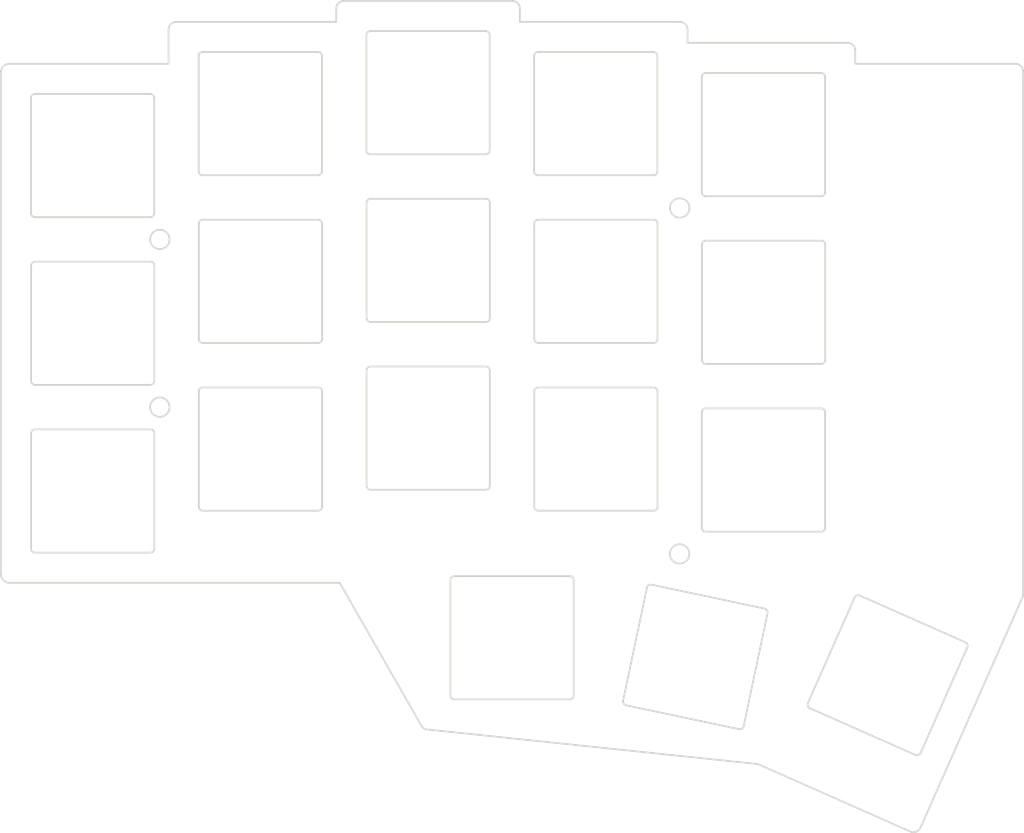
<source format=kicad_pcb>
(kicad_pcb (version 20221018) (generator pcbnew)

  (general
    (thickness 1.6)
  )

  (paper "A4")
  (title_block
    (date "2023-12-04")
  )

  (layers
    (0 "F.Cu" signal)
    (31 "B.Cu" signal)
    (32 "B.Adhes" user "B.Adhesive")
    (33 "F.Adhes" user "F.Adhesive")
    (34 "B.Paste" user)
    (35 "F.Paste" user)
    (36 "B.SilkS" user "B.Silkscreen")
    (37 "F.SilkS" user "F.Silkscreen")
    (38 "B.Mask" user)
    (39 "F.Mask" user)
    (40 "Dwgs.User" user "User.Drawings")
    (41 "Cmts.User" user "User.Comments")
    (42 "Eco1.User" user "User.Eco1")
    (43 "Eco2.User" user "User.Eco2")
    (44 "Edge.Cuts" user)
    (45 "Margin" user)
    (46 "B.CrtYd" user "B.Courtyard")
    (47 "F.CrtYd" user "F.Courtyard")
    (48 "B.Fab" user)
    (49 "F.Fab" user)
  )

  (setup
    (pad_to_mask_clearance 0.2)
    (aux_axis_origin 174 65.7)
    (grid_origin -101.328346 -17.170632)
    (pcbplotparams
      (layerselection 0x00010f0_ffffffff)
      (plot_on_all_layers_selection 0x0000000_00000000)
      (disableapertmacros false)
      (usegerberextensions true)
      (usegerberattributes false)
      (usegerberadvancedattributes false)
      (creategerberjobfile false)
      (dashed_line_dash_ratio 12.000000)
      (dashed_line_gap_ratio 3.000000)
      (svgprecision 6)
      (plotframeref false)
      (viasonmask false)
      (mode 1)
      (useauxorigin false)
      (hpglpennumber 1)
      (hpglpenspeed 20)
      (hpglpendiameter 15.000000)
      (dxfpolygonmode true)
      (dxfimperialunits true)
      (dxfusepcbnewfont true)
      (psnegative false)
      (psa4output false)
      (plotreference true)
      (plotvalue true)
      (plotinvisibletext false)
      (sketchpadsonfab false)
      (subtractmaskfromsilk false)
      (outputformat 1)
      (mirror false)
      (drillshape 0)
      (scaleselection 1)
      (outputdirectory "../../../../../../../Desktop/2020-08-15/jlcpcb/corne-top/")
    )
  )

  (net 0 "")

  (gr_line (start -116.437449 5.304729) (end -103.437458 5.304738)
    (stroke (width 0.2) (type solid)) (layer "Edge.Cuts") (tstamp 00d3defd-c047-47c9-8292-1c4c9c838a32))
  (gr_curve (pts (xy -23.647391 -19.346015) (xy -23.566161 -19.277964) (xy -23.485437 -19.186319) (xy -23.426646 -19.073115))
    (stroke (width 0.2) (type solid)) (layer "Edge.Cuts") (tstamp 013138bd-a07b-4f69-b925-a06615e90efc))
  (gr_curve (pts (xy -65.142164 12.139182) (xy -65.08911 12.122568) (xy -65.041121 12.095974) (xy -64.996976 12.058992))
    (stroke (width 0.2) (type solid)) (layer "Edge.Cuts") (tstamp 01568db3-99b2-435a-9c87-1fbb8d76493d))
  (gr_curve (pts (xy -45.794759 33.22469) (xy -45.787515 33.178522) (xy -45.787515 33.134644) (xy -45.787515 33.092232))
    (stroke (width 0.2) (type solid)) (layer "Edge.Cuts") (tstamp 01e147c0-5577-4a80-ac4b-36dc94cefd58))
  (gr_line (start -69.312515 54.523363) (end -69.312515 41.523363)
    (stroke (width 0.2) (type solid)) (layer "Edge.Cuts") (tstamp 0282910d-65b7-4fbe-8a34-31a234ac20b3))
  (gr_curve (pts (xy -45.905338 -18.349938) (xy -45.939363 -18.390553) (xy -45.985186 -18.430915) (xy -46.041788 -18.460311))
    (stroke (width 0.2) (type solid)) (layer "Edge.Cuts") (tstamp 04310687-4503-4035-8432-72aa9143e223))
  (gr_curve (pts (xy -84.192164 14.520432) (xy -84.13911 14.503818) (xy -84.091121 14.477224) (xy -84.046977 14.440242))
    (stroke (width 0.2) (type solid)) (layer "Edge.Cuts") (tstamp 04842aef-3785-4592-9e69-44cb07db4aa8))
  (gr_curve (pts (xy -23.937766 -19.506396) (xy -23.831657 -19.473167) (xy -23.735679 -19.419979) (xy -23.647391 -19.346015))
    (stroke (width 0.2) (type solid)) (layer "Edge.Cuts") (tstamp 04bcc68e-e060-4271-ac03-283919510c2a))
  (gr_curve (pts (xy -40.746101 -15.757457) (xy -40.753346 -15.711289) (xy -40.753346 -15.667412) (xy -40.753346 -15.625))
    (stroke (width 0.2) (type solid)) (layer "Edge.Cuts") (tstamp 0536c7fa-1585-4f99-b7dc-635cd4a736df))
  (gr_curve (pts (xy -97.743823 -18.406012) (xy -97.784438 -18.371987) (xy -97.8248 -18.326164) (xy -97.854196 -18.269562))
    (stroke (width 0.2) (type solid)) (layer "Edge.Cuts") (tstamp 055b6be0-64d7-4252-928c-6fef3f55f72c))
  (gr_line (start -40.238504 2.924005) (end -27.238504 2.924005)
    (stroke (width 0.2) (type solid)) (layer "Edge.Cuts") (tstamp 057b73c0-cd8a-42ca-89be-77f643fe12b3))
  (gr_curve (pts (xy -103.305001 5.311983) (xy -103.351169 5.304738) (xy -103.395046 5.304738) (xy -103.437458 5.304738))
    (stroke (width 0.2) (type solid)) (layer "Edge.Cuts") (tstamp 057f127d-3bb9-4351-8fc6-b6d5fe182e8c))
  (gr_line (start -22.765832 43.249083) (end -10.878733 48.511864)
    (stroke (width 0.2) (type solid)) (layer "Edge.Cuts") (tstamp 06007355-141d-45cf-a162-39cb64fcfabd))
  (gr_curve (pts (xy -55.334317 41.328073) (xy -55.350931 41.275019) (xy -55.377525 41.22703) (xy -55.414507 41.182886))
    (stroke (width 0.2) (type solid)) (layer "Edge.Cuts") (tstamp 065e748c-a38f-4efd-9aa9-68b2d5400bd2))
  (gr_curve (pts (xy -78.815652 11.856274) (xy -78.799038 11.909328) (xy -78.772443 11.957317) (xy -78.735461 12.001462))
    (stroke (width 0.2) (type solid)) (layer "Edge.Cuts") (tstamp 0665601c-2d05-4ed3-8919-264c3ff789f9))
  (gr_line (start -65.337454 31.210984) (end -78.337454 31.210984)
    (stroke (width 0.2) (type solid)) (layer "Edge.Cuts") (tstamp 06f1636a-e93a-47c9-830e-d57b98ff8ab4))
  (gr_curve (pts (xy -33.562291 44.73078) (xy -33.605961 44.714141) (xy -33.648889 44.705063) (xy -33.690384 44.696288))
    (stroke (width 0.2) (type solid)) (layer "Edge.Cuts") (tstamp 079525b0-7593-4372-84ce-f4226e09fc4c))
  (gr_curve (pts (xy -116.851353 0.094816) (xy -116.817328 0.135431) (xy -116.771505 0.175793) (xy -116.714903 0.205189))
    (stroke (width 0.2) (type solid)) (layer "Edge.Cuts") (tstamp 07b7aa24-293b-4437-8f86-82711e81e7a7))
  (gr_line (start -97.887454 14.042234) (end -97.887454 1.042234)
    (stroke (width 0.2) (type solid)) (layer "Edge.Cuts") (tstamp 07d26c9b-134f-4b3e-b6bc-b3be48e68585))
  (gr_curve (pts (xy -65.075896 -1.789866) (xy -65.122428 -1.814032) (xy -65.166505 -1.825731) (xy -65.204996 -1.831771))
    (stroke (width 0.2) (type solid)) (layer "Edge.Cuts") (tstamp 08538064-0adb-4efd-ba51-40bf87607568))
  (gr_line (start -84.387458 33.592238) (end -97.387452 33.592238)
    (stroke (width 0.2) (type solid)) (layer "Edge.Cuts") (tstamp 08a5ea8a-153a-415b-bbb7-f1437d0383b5))
  (gr_curve (pts (xy -116.699016 19.255588) (xy -116.652484 19.279754) (xy -116.608408 19.291454) (xy -116.569916 19.297494))
    (stroke (width 0.2) (type solid)) (layer "Edge.Cuts") (tstamp 08abc198-f262-46b8-841b-e63f8dc3d364))
  (gr_line (start -78.337454 -1.839016) (end -65.337454 -1.839016)
    (stroke (width 0.2) (type solid)) (layer "Edge.Cuts") (tstamp 099a962c-1809-4a0d-b025-50746ebf9495))
  (gr_curve (pts (xy -72.494656 58.173713) (xy -72.558918 58.099914) (xy -72.603066 58.022656) (xy -72.644369 57.950377))
    (stroke (width 0.2) (type solid)) (layer "Edge.Cuts") (tstamp 09c7571e-35d0-48f0-a217-046e03ddf301))
  (gr_line (start -84.403346 -4.508004) (end -97.403346 -4.508004)
    (stroke (width 0.2) (type solid)) (layer "Edge.Cuts") (tstamp 09c9a5a8-4198-42e4-aa5f-717e9c2e829a))
  (gr_curve (pts (xy -116.585803 0.247094) (xy -116.539635 0.254339) (xy -116.495758 0.254339) (xy -116.453346 0.254339))
    (stroke (width 0.2) (type solid)) (layer "Edge.Cuts") (tstamp 0a6b7d91-72ae-4a02-a781-f1ee7d51619b))
  (gr_line (start -59.787515 33.092232) (end -59.787515 20.092232)
    (stroke (width 0.2) (type solid)) (layer "Edge.Cuts") (tstamp 0aac6d4a-d458-45c8-baf4-55378995e847))
  (gr_curve (pts (xy -16.546343 61.313355) (xy -16.490792 61.337949) (xy -16.431432 61.36423) (xy -16.358945 61.372479))
    (stroke (width 0.2) (type solid)) (layer "Edge.Cuts") (tstamp 0ae525a7-1465-44cd-8607-95d5cb6a78b4))
  (gr_curve (pts (xy -84.005338 -18.348482) (xy -84.039363 -18.389096) (xy -84.085186 -18.429459) (xy -84.141788 -18.458854))
    (stroke (width 0.2) (type solid)) (layer "Edge.Cuts") (tstamp 0afa68e3-bb95-4e7d-8b7e-ddedbe7ca0f9))
  (gr_line (start -78.837454 11.660984) (end -78.837454 -1.339016)
    (stroke (width 0.2) (type solid)) (layer "Edge.Cuts") (tstamp 0b167751-70f6-442a-90d7-3f0b1cc7798a))
  (gr_line (start -103.437459 19.304739) (end -116.437458 19.304739)
    (stroke (width 0.2) (type solid)) (layer "Edge.Cuts") (tstamp 0b4c9291-aaff-4ef8-a78a-f1c5459dc40b))
  (gr_curve (pts (xy -78.837454 30.710984) (xy -78.837454 30.771736) (xy -78.837454 30.836653) (xy -78.815652 30.906274))
    (stroke (width 0.2) (type solid)) (layer "Edge.Cuts") (tstamp 0c0f3880-d0ac-4d0b-a515-7bb28e68aafc))
  (gr_curve (pts (xy -83.909256 0.846945) (xy -83.92587 0.79389) (xy -83.952464 0.745901) (xy -83.989447 0.701757))
    (stroke (width 0.2) (type solid)) (layer "Edge.Cuts") (tstamp 0d1e0666-11df-4032-bdf5-991d9b3e8bb9))
  (gr_line (start -34.384336 62.369967) (end -17.186286 69.984068)
    (stroke (width 0.2) (type solid)) (layer "Edge.Cuts") (tstamp 0d5a3348-b007-4389-bf4f-3fe9bb6443b8))
  (gr_curve (pts (xy -103.304995 24.361985) (xy -103.351163 24.35474) (xy -103.39504 24.35474) (xy -103.437453 24.35474))
    (stroke (width 0.2) (type solid)) (layer "Edge.Cuts") (tstamp 0e2327d9-f46e-4949-8f0d-d6e4f4bc61e9))
  (gr_curve (pts (xy -59.422675 14.529513) (xy -59.376508 14.536757) (xy -59.33263 14.536757) (xy -59.290218 14.536757))
    (stroke (width 0.2) (type solid)) (layer "Edge.Cuts") (tstamp 0e487b8d-38d5-4962-a725-a38de2add9c1))
  (gr_curve (pts (xy -26.76059 -2.492542) (xy -26.753346 -2.53871) (xy -26.753346 -2.582588) (xy -26.753346 -2.625))
    (stroke (width 0.2) (type solid)) (layer "Edge.Cuts") (tstamp 0e507b20-a434-4717-988b-3632a0d87df4))
  (gr_curve (pts (xy -84.387454 14.542234) (xy -84.326703 14.542234) (xy -84.261785 14.542234) (xy -84.192164 14.520432))
    (stroke (width 0.2) (type solid)) (layer "Edge.Cuts") (tstamp 0e92cbc0-dec3-4d05-bbfd-29d5f9b567ae))
  (gr_line (start -120.370401 -16.170521) (end -120.370397 40.779737)
    (stroke (width 0.2) (type solid)) (layer "Edge.Cuts") (tstamp 0eba083c-575d-48dc-824f-85e5ae2ea834))
  (gr_curve (pts (xy -45.81059 -4.877003) (xy -45.803346 -4.923171) (xy -45.803346 -4.967049) (xy -45.803346 -5.009461))
    (stroke (width 0.2) (type solid)) (layer "Edge.Cuts") (tstamp 0facba5e-b3fb-44d4-8aab-89b0be0f38cf))
  (gr_line (start -82.278346 -23.314276) (end -82.278346 -21.933004)
    (stroke (width 0.2) (type solid)) (layer "Edge.Cuts") (tstamp 10822e78-c8fc-49a7-a73e-74c490716b1c))
  (gr_curve (pts (xy -97.64901 33.543088) (xy -97.602478 33.567254) (xy -97.558401 33.578954) (xy -97.51991 33.584994))
    (stroke (width 0.2) (type solid)) (layer "Edge.Cuts") (tstamp 10cc8ee5-4fcd-4651-8923-8d8c3e8c98c4))
  (gr_curve (pts (xy -28.732798 55.743583) (xy -28.718128 55.794495) (xy -28.692567 55.849953) (xy -28.652711 55.899746))
    (stroke (width 0.2) (type solid)) (layer "Edge.Cuts") (tstamp 1232d4e8-2a7b-412d-a30b-e43e2d8255b1))
  (gr_curve (pts (xy -102.937453 24.85474) (xy -102.937453 24.793989) (xy -102.937453 24.729071) (xy -102.959255 24.65945))
    (stroke (width 0.2) (type solid)) (layer "Edge.Cuts") (tstamp 124d5419-6059-4d92-99c5-7a3c5083e4f4))
  (gr_curve (pts (xy -102.959261 5.609448) (xy -102.975875 5.556394) (xy -103.002469 5.508405) (xy -103.039451 5.464261))
    (stroke (width 0.2) (type solid)) (layer "Edge.Cuts") (tstamp 12ef1e33-b61c-452d-9fb7-4d959062e348))
  (gr_line (start -55.812515 55.023363) (end -68.812515 55.023363)
    (stroke (width 0.2) (type solid)) (layer "Edge.Cuts") (tstamp 13073389-5701-45de-854d-36d419ceddad))
  (gr_curve (pts (xy -26.753346 22.473363) (xy -26.753346 22.412612) (xy -26.753346 22.347694) (xy -26.775148 22.278073))
    (stroke (width 0.2) (type solid)) (layer "Edge.Cuts") (tstamp 13148475-766f-4cd6-89b6-8f1b1278c498))
  (gr_curve (pts (xy -84.192162 33.570436) (xy -84.139108 33.553822) (xy -84.091119 33.527228) (xy -84.046975 33.490246))
    (stroke (width 0.2) (type solid)) (layer "Edge.Cuts") (tstamp 13178980-6266-463c-8d74-3fdd8a44162e))
  (gr_curve (pts (xy -116.915657 19.000028) (xy -116.899042 19.053082) (xy -116.872448 19.101071) (xy -116.835466 19.145216))
    (stroke (width 0.2) (type solid)) (layer "Edge.Cuts") (tstamp 13ee10e8-a841-41e4-8cdc-9c0e2f445158))
  (gr_curve (pts (xy -64.844698 11.793442) (xy -64.837454 11.747274) (xy -64.837454 11.703396) (xy -64.837454 11.660984))
    (stroke (width 0.2) (type solid)) (layer "Edge.Cuts") (tstamp 147a86d2-02d0-4c43-a0b9-2e810c2c5f77))
  (gr_circle (center -43.278346 38.498363) (end -42.178346 38.498363)
    (stroke (width 0.2) (type solid)) (fill none) (layer "Edge.Cuts") (tstamp 155efd52-e4b6-486a-86ab-c174bf4a8f2c))
  (gr_curve (pts (xy -40.253346 21.973363) (xy -40.314097 21.973363) (xy -40.379015 21.973363) (xy -40.448635 21.995165))
    (stroke (width 0.2) (type solid)) (layer "Edge.Cuts") (tstamp 15915e73-3c23-4411-85ba-6ab28825f110))
  (gr_line (start -43.378346 -21.934461) (end -61.428346 -21.934461)
    (stroke (width 0.2) (type solid)) (layer "Edge.Cuts") (tstamp 1607ff18-5569-4449-8ede-9ae022fc5dd0))
  (gr_curve (pts (xy -103.039451 5.464261) (xy -103.073476 5.423646) (xy -103.119299 5.383284) (xy -103.175901 5.353888))
    (stroke (width 0.2) (type solid)) (layer "Edge.Cuts") (tstamp 1608ecb9-eb4b-44c8-95e0-c755af742499))
  (gr_line (start -26.753346 -15.625) (end -26.753346 -2.625)
    (stroke (width 0.2) (type solid)) (layer "Edge.Cuts") (tstamp 1675da13-cd91-49fa-bd44-e601a9251341))
  (gr_line (start -71.880134 58.448814) (end -34.384336 62.369967)
    (stroke (width 0.2) (type solid)) (layer "Edge.Cuts") (tstamp 169a1c12-ba0e-4231-aaf2-03eba4a50a04))
  (gr_curve (pts (xy -83.887452 20.092238) (xy -83.887452 20.031487) (xy -83.887452 19.966569) (xy -83.909254 19.896948))
    (stroke (width 0.2) (type solid)) (layer "Edge.Cuts") (tstamp 18705cce-58ba-4453-b188-5daa9db6c453))
  (gr_curve (pts (xy -45.809317 19.896943) (xy -45.825931 19.843888) (xy -45.852525 19.795899) (xy -45.889507 19.751755))
    (stroke (width 0.2) (type solid)) (layer "Edge.Cuts") (tstamp 18b315de-a906-4fbd-a429-4076bb679186))
  (gr_curve (pts (xy -26.898026 16.822012) (xy -26.857411 16.787987) (xy -26.817049 16.742164) (xy -26.787654 16.685562))
    (stroke (width 0.2) (type solid)) (layer "Edge.Cuts") (tstamp 19a53b6d-ac9c-4616-a035-ba850240b853))
  (gr_line (start -65.353346 -6.889276) (end -78.353346 -6.889276)
    (stroke (width 0.2) (type solid)) (layer "Edge.Cuts") (tstamp 1a3ebe49-0478-4142-b2ec-739f8b756ffd))
  (gr_curve (pts (xy -116.777926 5.406721) (xy -116.818541 5.440746) (xy -116.858903 5.486569) (xy -116.888299 5.543171))
    (stroke (width 0.2) (type solid)) (layer "Edge.Cuts") (tstamp 1a5c4b31-6ea2-4892-8c82-3484d7bc0b3f))
  (gr_curve (pts (xy -102.937459 5.804738) (xy -102.937459 5.743987) (xy -102.937459 5.679069) (xy -102.959261 5.609448))
    (stroke (width 0.2) (type solid)) (layer "Edge.Cuts") (tstamp 1a67f0d6-0a60-4471-aa14-5709dc3c886c))
  (gr_curve (pts (xy -40.753346 -2.625) (xy -40.753346 -2.564248) (xy -40.753346 -2.499331) (xy -40.731544 -2.42971))
    (stroke (width 0.2) (type solid)) (layer "Edge.Cuts") (tstamp 1ae268f2-e16d-4ceb-940f-45a98025c6e4))
  (gr_line (start -40.738504 16.424005) (end -40.738504 3.424005)
    (stroke (width 0.2) (type solid)) (layer "Edge.Cuts") (tstamp 1b0be487-bf53-4647-bcec-8ddba8ed3ef5))
  (gr_curve (pts (xy -78.693823 -20.787283) (xy -78.734438 -20.753258) (xy -78.7748 -20.707435) (xy -78.804196 -20.650833))
    (stroke (width 0.2) (type solid)) (layer "Edge.Cuts") (tstamp 1b46dc07-7497-4733-af46-2ffdb09ac5f4))
  (gr_line (start -116.937458 18.804738) (end -116.937449 5.804729)
    (stroke (width 0.2) (type solid)) (layer "Edge.Cuts") (tstamp 1bef7c62-2b3e-4a3d-b425-52d02bc626e4))
  (gr_curve (pts (xy -40.370961 16.91676) (xy -40.324793 16.924005) (xy -40.280916 16.924005) (xy -40.238504 16.924005))
    (stroke (width 0.2) (type solid)) (layer "Edge.Cuts") (tstamp 1c6b767d-f04a-4407-92fd-09df7e447b68))
  (gr_curve (pts (xy -59.754196 -18.271019) (xy -59.778362 -18.224487) (xy -59.790061 -18.18041) (xy -59.796101 -18.141918))
    (stroke (width 0.2) (type solid)) (layer "Edge.Cuts") (tstamp 1ca7f22f-85c8-46e6-82eb-f1280c0df802))
  (gr_curve (pts (xy -26.775148 -15.82029) (xy -26.791762 -15.873344) (xy -26.818356 -15.921333) (xy -26.855338 -15.965477))
    (stroke (width 0.2) (type solid)) (layer "Edge.Cuts") (tstamp 1d84853c-4778-43b5-bf06-ee5d1ac3aef1))
  (gr_line (start -46.303346 -4.509461) (end -59.303346 -4.509461)
    (stroke (width 0.2) (type solid)) (layer "Edge.Cuts") (tstamp 1e4ca3f1-464c-4ed9-9244-26dc4eaf3969))
  (gr_curve (pts (xy -23.342835 -18.814915) (xy -23.328346 -18.722579) (xy -23.328346 -18.634824) (xy -23.328346 -18.55))
    (stroke (width 0.2) (type solid)) (layer "Edge.Cuts") (tstamp 1eb7f74c-17c7-47d4-ae27-66bc46eb2421))
  (gr_line (start -23.328346 -17.16875) (end -23.328346 -18.55)
    (stroke (width 0.2) (type solid)) (layer "Edge.Cuts") (tstamp 1eef421e-0070-4420-87c3-bba1ac182f7e))
  (gr_line (start -46.409121 42.006731) (end -33.690384 44.696288)
    (stroke (width 0.2) (type solid)) (layer "Edge.Cuts") (tstamp 1f2a0c79-64f8-453e-b2b0-07dc80950c6f))
  (gr_curve (pts (xy -78.846101 -20.521733) (xy -78.853346 -20.475565) (xy -78.853346 -20.431688) (xy -78.853346 -20.389276))
    (stroke (width 0.2) (type solid)) (layer "Edge.Cuts") (tstamp 1f7d1086-edb5-4e75-8c81-6c07ff303adc))
  (gr_curve (pts (xy -116.915651 38.05003) (xy -116.899036 38.103084) (xy -116.872442 38.151073) (xy -116.83546 38.195218))
    (stroke (width 0.2) (type solid)) (layer "Edge.Cuts") (tstamp 1f8ace33-470d-4f9e-8545-d590974ee486))
  (gr_curve (pts (xy -83.952496 -4.746447) (xy -83.92833 -4.792978) (xy -83.91663 -4.837055) (xy -83.91059 -4.875547))
    (stroke (width 0.2) (type solid)) (layer "Edge.Cuts") (tstamp 1fa6b6b2-6451-41d3-bf60-962ac11f0e7d))
  (gr_line (start -45.787515 20.092232) (end -45.787515 33.092232)
    (stroke (width 0.2) (type solid)) (layer "Edge.Cuts") (tstamp 1fb082ed-7679-490d-8e34-2ec8bee78c4d))
  (gr_curve (pts (xy -116.632742 24.376542) (xy -116.685797 24.393156) (xy -116.733786 24.419751) (xy -116.77793 24.456733))
    (stroke (width 0.2) (type solid)) (layer "Edge.Cuts") (tstamp 1fe895ce-8776-4c51-b4e3-1e805183eae0))
  (gr_curve (pts (xy -78.337454 -1.839016) (xy -78.398205 -1.839016) (xy -78.463123 -1.839016) (xy -78.532744 -1.817214))
    (stroke (width 0.2) (type solid)) (layer "Edge.Cuts") (tstamp 202dc380-b3f3-46d7-ba6e-0d982bb0d4cc))
  (gr_curve (pts (xy -45.836665 33.35379) (xy -45.812499 33.307258) (xy -45.800799 33.263181) (xy -45.794759 33.22469))
    (stroke (width 0.2) (type solid)) (layer "Edge.Cuts") (tstamp 20d18b73-ac65-43d5-8390-db6e53d39db8))
  (gr_line (start -116.937458 37.854738) (end -116.937453 24.85474)
    (stroke (width 0.2) (type solid)) (layer "Edge.Cuts") (tstamp 21185bf3-ef69-436e-8a01-4d5340a9deaa))
  (gr_curve (pts (xy -64.996977 31.108992) (xy -64.956362 31.074967) (xy -64.916 31.029144) (xy -64.886604 30.972542))
    (stroke (width 0.2) (type solid)) (layer "Edge.Cuts") (tstamp 22ae9c5a-baf2-47cd-98c2-850ea4305aa2))
  (gr_curve (pts (xy -84.403346 -4.508004) (xy -84.342594 -4.508004) (xy -84.277676 -4.508004) (xy -84.208056 -4.529806))
    (stroke (width 0.2) (type solid)) (layer "Edge.Cuts") (tstamp 22cbc510-10a5-4530-a282-baf84b792178))
  (gr_curve (pts (xy -64.886604 11.922542) (xy -64.862438 11.87601) (xy -64.850738 11.831933) (xy -64.844698 11.793442))
    (stroke (width 0.2) (type solid)) (layer "Edge.Cuts") (tstamp 2310ea9d-35d9-49ea-a801-0cc801602b90))
  (gr_curve (pts (xy -26.760306 3.228715) (xy -26.77692 3.175661) (xy -26.803514 3.127672) (xy -26.840496 3.083527))
    (stroke (width 0.2) (type solid)) (layer "Edge.Cuts") (tstamp 2325aa85-d979-4304-a28c-14af48004200))
  (gr_curve (pts (xy -97.896101 -18.140462) (xy -97.903346 -18.094294) (xy -97.903346 -18.050416) (xy -97.903346 -18.008004))
    (stroke (width 0.2) (type solid)) (layer "Edge.Cuts") (tstamp 232c88cb-5eda-4d1a-a970-8fb2637a723b))
  (gr_curve (pts (xy -100.851461 -21.834704) (xy -100.758397 -21.883036) (xy -100.670244 -21.906435) (xy -100.593261 -21.918515))
    (stroke (width 0.2) (type solid)) (layer "Edge.Cuts") (tstamp 23534cf5-abda-48c5-9285-c12f45b3f5fd))
  (gr_curve (pts (xy -59.790218 14.036757) (xy -59.790218 14.097509) (xy -59.790218 14.162426) (xy -59.768416 14.232047))
    (stroke (width 0.2) (type solid)) (layer "Edge.Cuts") (tstamp 235c14ce-8068-4fb0-b938-f36954ac62f7))
  (gr_curve (pts (xy -64.86059 -7.256818) (xy -64.853346 -7.302986) (xy -64.853346 -7.346864) (xy -64.853346 -7.389276))
    (stroke (width 0.2) (type solid)) (layer "Edge.Cuts") (tstamp 255e2158-566d-403b-9c32-0c15858c256e))
  (gr_curve (pts (xy -97.903346 -5.008004) (xy -97.903346 -4.947253) (xy -97.903346 -4.882335) (xy -97.881544 -4.812714))
    (stroke (width 0.2) (type solid)) (layer "Edge.Cuts") (tstamp 25b7ce8c-e4b9-4357-83b3-afaf8bbb4337))
  (gr_curve (pts (xy -69.210522 54.86384) (xy -69.176497 54.904455) (xy -69.130674 54.944817) (xy -69.074072 54.974213))
    (stroke (width 0.2) (type solid)) (layer "Edge.Cuts") (tstamp 25bc7572-62e1-4f67-9813-f27cc0bffa7c))
  (gr_curve (pts (xy -46.108056 -4.531263) (xy -46.055002 -4.547877) (xy -46.007012 -4.574471) (xy -45.962868 -4.611453))
    (stroke (width 0.2) (type solid)) (layer "Edge.Cuts") (tstamp 263ce216-02bc-4cc8-83d9-588524820560))
  (gr_curve (pts (xy -84.387452 33.592238) (xy -84.326701 33.592238) (xy -84.261783 33.592238) (xy -84.192162 33.570436))
    (stroke (width 0.2) (type solid)) (layer "Edge.Cuts") (tstamp 26d407f0-fda6-4790-88aa-e7665e4a8c77))
  (gr_curve (pts (xy -97.78546 33.432716) (xy -97.751434 33.47333) (xy -97.705612 33.513692) (xy -97.64901 33.543088))
    (stroke (width 0.2) (type solid)) (layer "Edge.Cuts") (tstamp 27149565-867a-4ce4-a53a-e0fdd1ef9075))
  (gr_curve (pts (xy -64.844699 30.843442) (xy -64.837454 30.797274) (xy -64.837454 30.753396) (xy -64.837454 30.710984))
    (stroke (width 0.2) (type solid)) (layer "Edge.Cuts") (tstamp 2925ba1d-2326-4ca9-80cd-0435d13c83db))
  (gr_curve (pts (xy -65.337454 12.160984) (xy -65.276703 12.160984) (xy -65.211785 12.160984) (xy -65.142164 12.139182))
    (stroke (width 0.2) (type solid)) (layer "Edge.Cuts") (tstamp 29569a7e-f1e2-47d6-828d-d947dad9bb9b))
  (gr_curve (pts (xy -103.191788 -13.696511) (xy -103.23832 -13.720677) (xy -103.282397 -13.732377) (xy -103.320888 -13.738417))
    (stroke (width 0.2) (type solid)) (layer "Edge.Cuts") (tstamp 2aa57bad-d595-4115-a1b0-81c1d23da9cd))
  (gr_curve (pts (xy -36.096404 58.253382) (xy -36.063134 58.212857) (xy -36.042568 58.172154) (xy -36.028695 58.135745))
    (stroke (width 0.2) (type solid)) (layer "Edge.Cuts") (tstamp 2b072f17-cc7a-476d-a34e-33297ca1fb02))
  (gr_curve (pts (xy -97.880208 19.959781) (xy -97.887452 20.005948) (xy -97.887452 20.049826) (xy -97.887452 20.092238))
    (stroke (width 0.2) (type solid)) (layer "Edge.Cuts") (tstamp 2b15001e-fe08-41b2-b909-8c6294afaa3b))
  (gr_curve (pts (xy -116.83546 38.195218) (xy -116.801435 38.235832) (xy -116.755612 38.276195) (xy -116.69901 38.30559))
    (stroke (width 0.2) (type solid)) (layer "Edge.Cuts") (tstamp 2bb17085-bc78-41ab-98cd-cc80ce173a10))
  (gr_curve (pts (xy -40.651353 35.81384) (xy -40.617328 35.854455) (xy -40.571505 35.894817) (xy -40.514903 35.924213))
    (stroke (width 0.2) (type solid)) (layer "Edge.Cuts") (tstamp 2cfaf2dc-49e0-4718-95d8-9a6232140061))
  (gr_curve (pts (xy -103.002496 0.015896) (xy -102.97833 -0.030636) (xy -102.96663 -0.074712) (xy -102.96059 -0.113204))
    (stroke (width 0.2) (type solid)) (layer "Edge.Cuts") (tstamp 2d60aa6e-4ee8-413d-8f24-ee95fd53830d))
  (gr_curve (pts (xy -103.242163 38.332938) (xy -103.189108 38.316324) (xy -103.141119 38.28973) (xy -103.096975 38.252748))
    (stroke (width 0.2) (type solid)) (layer "Edge.Cuts") (tstamp 2db288b8-220c-4e6d-96c8-77455fc3c964))
  (gr_curve (pts (xy -16.938184 70.078065) (xy -17.02848 70.053933) (xy -17.108723 70.018407) (xy -17.186286 69.984068))
    (stroke (width 0.2) (type solid)) (layer "Edge.Cuts") (tstamp 2ec641cd-5eb9-498c-951a-22b4f79c976e))
  (gr_line (start -15.867064 69.474505) (end -4.34811 43.456521)
    (stroke (width 0.2) (type solid)) (layer "Edge.Cuts") (tstamp 2fb202ed-7517-414e-9171-e0ea0e76e12c))
  (gr_line (start -83.887458 20.092238) (end -83.887458 33.092238)
    (stroke (width 0.2) (type solid)) (layer "Edge.Cuts") (tstamp 30677eb3-c622-4d04-bb00-c483632c6faa))
  (gr_curve (pts (xy -59.485508 0.558559) (xy -59.538562 0.575174) (xy -59.586551 0.601768) (xy -59.630695 0.63875))
    (stroke (width 0.2) (type solid)) (layer "Edge.Cuts") (tstamp 30f692fd-8cf9-43db-8ef5-01d6bb6c14fd))
  (gr_line (start -27.253346 -2.125) (end -40.253346 -2.125)
    (stroke (width 0.2) (type solid)) (layer "Edge.Cuts") (tstamp 323b2e18-af87-4dc4-853c-ccdbe3bfac31))
  (gr_curve (pts (xy -40.716702 16.619295) (xy -40.700088 16.672349) (xy -40.673493 16.720338) (xy -40.636511 16.764482))
    (stroke (width 0.2) (type solid)) (layer "Edge.Cuts") (tstamp 340b9af4-d429-45e9-918f-6831ca9a35a3))
  (gr_curve (pts (xy -4.581548 -16.964765) (xy -4.500318 -16.896714) (xy -4.419594 -16.805069) (xy -4.360803 -16.691865))
    (stroke (width 0.2) (type solid)) (layer "Edge.Cuts") (tstamp 343c81f6-bdeb-4bec-af6d-917a1a19d59c))
  (gr_curve (pts (xy -102.986609 19.066296) (xy -102.962443 19.019764) (xy -102.950743 18.975688) (xy -102.944703 18.937196))
    (stroke (width 0.2) (type solid)) (layer "Edge.Cuts") (tstamp 3477f782-11d5-405b-8f92-774c76bee28f))
  (gr_line (start -78.853346 -7.389276) (end -78.853346 -20.389276)
    (stroke (width 0.2) (type solid)) (layer "Edge.Cuts") (tstamp 34a8d9d8-1daf-41e8-a362-18d408ece867))
  (gr_curve (pts (xy -27.253346 35.973363) (xy -27.192594 35.973363) (xy -27.127676 35.973363) (xy -27.058056 35.951561))
    (stroke (width 0.2) (type solid)) (layer "Edge.Cuts") (tstamp 357492db-8dcc-42c2-8611-634c3cbfdd42))
  (gr_curve (pts (xy -78.599012 12.111834) (xy -78.55248 12.136) (xy -78.508403 12.1477) (xy -78.469911 12.15374))
    (stroke (width 0.2) (type solid)) (layer "Edge.Cuts") (tstamp 3576ae84-6904-4d88-b32a-3aae6e807f39))
  (gr_curve (pts (xy -42.392835 -21.199376) (xy -42.378346 -21.10704) (xy -42.378346 -21.019285) (xy -42.378346 -20.934461))
    (stroke (width 0.2) (type solid)) (layer "Edge.Cuts") (tstamp 35a78bbe-38d7-4dab-85e3-c7aef4901f08))
  (gr_curve (pts (xy -69.290713 54.718653) (xy -69.274099 54.771707) (xy -69.247504 54.819696) (xy -69.210522 54.86384))
    (stroke (width 0.2) (type solid)) (layer "Edge.Cuts") (tstamp 35f17d9f-99d3-4b62-bc53-48cb89cb2a35))
  (gr_line (start -42.378346 -19.55) (end -42.378346 -20.934461)
    (stroke (width 0.2) (type solid)) (layer "Edge.Cuts") (tstamp 36d83389-91a9-4ee1-a524-e5fba7332450))
  (gr_curve (pts (xy -46.604696 41.987657) (xy -46.66004 41.992936) (xy -46.712493 42.009026) (xy -46.763333 42.036075))
    (stroke (width 0.2) (type solid)) (layer "Edge.Cuts") (tstamp 37483ee8-08d4-41a6-8b24-9b0a644104b9))
  (gr_curve (pts (xy -103.258056 0.232537) (xy -103.205002 0.215922) (xy -103.157012 0.189328) (xy -103.112868 0.152346))
    (stroke (width 0.2) (type solid)) (layer "Edge.Cuts") (tstamp 37d2a952-8c8c-433c-8dff-eeb51645214a))
  (gr_curve (pts (xy -101.284742 -21.323584) (xy -101.251513 -21.429692) (xy -101.198325 -21.52567) (xy -101.124361 -21.613959))
    (stroke (width 0.2) (type solid)) (layer "Edge.Cuts") (tstamp 38ab811d-d23d-4bfc-8d44-7516983b502c))
  (gr_curve (pts (xy -59.685522 33.43271) (xy -59.651497 33.473325) (xy -59.605674 33.513687) (xy -59.549072 33.543082))
    (stroke (width 0.2) (type solid)) (layer "Edge.Cuts") (tstamp 38d4102a-1ce8-44e8-83d0-dc74611209bc))
  (gr_curve (pts (xy -97.649012 14.493084) (xy -97.60248 14.51725) (xy -97.558403 14.52895) (xy -97.519912 14.53499))
    (stroke (width 0.2) (type solid)) (layer "Edge.Cuts") (tstamp 38f5c3c0-792f-45cd-96cb-4dc7b624f67e))
  (gr_curve (pts (xy -116.904196 -13.507219) (xy -116.928362 -13.460687) (xy -116.940061 -13.41661) (xy -116.946101 -13.378119))
    (stroke (width 0.2) (type solid)) (layer "Edge.Cuts") (tstamp 395ca9f1-16cf-4adb-829a-0169f22cc606))
  (gr_curve (pts (xy -4.360803 -16.691865) (xy -4.312471 -16.598801) (xy -4.289072 -16.510648) (xy -4.276992 -16.433665))
    (stroke (width 0.2) (type solid)) (layer "Edge.Cuts") (tstamp 3969b5ca-dbba-4f86-8bca-685466109488))
  (gr_curve (pts (xy -59.782973 0.9043) (xy -59.790218 0.950468) (xy -59.790218 0.994345) (xy -59.790218 1.036757))
    (stroke (width 0.2) (type solid)) (layer "Edge.Cuts") (tstamp 3a8c9692-71bb-4c3c-9936-1cdec070ca2a))
  (gr_curve (pts (xy -65.220888 -20.882031) (xy -65.267056 -20.889276) (xy -65.310934 -20.889276) (xy -65.353346 -20.889276))
    (stroke (width 0.2) (type solid)) (layer "Edge.Cuts") (tstamp 3b266da9-34b0-4923-8335-0838dcea7852))
  (gr_line (start -78.353346 -20.889276) (end -65.353346 -20.889276)
    (stroke (width 0.2) (type solid)) (layer "Edge.Cuts") (tstamp 3b32df21-05f7-43ca-a7e3-73a5238682de))
  (gr_curve (pts (xy -16.193724 61.35793) (xy -16.142811 61.343259) (xy -16.087354 61.317699) (xy -16.037561 61.277843))
    (stroke (width 0.2) (type solid)) (layer "Edge.Cuts") (tstamp 3c32ebfb-9297-471f-9468-4dbe98b43919))
  (gr_curve (pts (xy -59.803346 -5.009461) (xy -59.803346 -4.94871) (xy -59.803346 -4.883792) (xy -59.781544 -4.814171))
    (stroke (width 0.2) (type solid)) (layer "Edge.Cuts") (tstamp 3d328ccd-2faf-4a7d-92e7-4fc3659557a5))
  (gr_line (start -59.290218 0.536757) (end -46.290218 0.536757)
    (stroke (width 0.2) (type solid)) (layer "Edge.Cuts") (tstamp 3d9ffb2f-69a3-408b-b0e8-40a808d3cfcf))
  (gr_curve (pts (xy -26.753346 -15.625) (xy -26.753346 -15.685751) (xy -26.753346 -15.750669) (xy -26.775148 -15.82029))
    (stroke (width 0.2) (type solid)) (layer "Edge.Cuts") (tstamp 3e61db90-cfb1-4200-ace2-887786823d1a))
  (gr_curve (pts (xy -116.793823 -13.643669) (xy -116.834438 -13.609644) (xy -116.8748 -13.563821) (xy -116.904196 -13.507219))
    (stroke (width 0.2) (type solid)) (layer "Edge.Cuts") (tstamp 3fc63145-4177-44e1-8643-7db418ba6b25))
  (gr_curve (pts (xy -59.630695 0.63875) (xy -59.67131 0.672775) (xy -59.711672 0.718598) (xy -59.741068 0.7752))
    (stroke (width 0.2) (type solid)) (layer "Edge.Cuts") (tstamp 4024d40d-22e1-416e-b0de-cdc456c87fcb))
  (gr_line (start -97.903346 -5.008004) (end -97.903346 -18.008004)
    (stroke (width 0.2) (type solid)) (layer "Edge.Cuts") (tstamp 4091ddd9-72c7-4667-af95-181d07c1745e))
  (gr_curve (pts (xy -97.86565 33.287528) (xy -97.849036 33.340582) (xy -97.822442 33.388571) (xy -97.78546 33.432716))
    (stroke (width 0.2) (type solid)) (layer "Edge.Cuts") (tstamp 40fa3600-6ba2-4737-b80b-081e059fa480))
  (gr_curve (pts (xy -46.041788 -18.460311) (xy -46.08832 -18.484477) (xy -46.132397 -18.496176) (xy -46.170888 -18.502216))
    (stroke (width 0.2) (type solid)) (layer "Edge.Cuts") (tstamp 4108d1ec-6ed9-48da-8024-1ecbb071c4da))
  (gr_curve (pts (xy -4.262502 43.051692) (xy -4.262502 43.114725) (xy -4.262502 43.181926) (xy -4.278945 43.259681))
    (stroke (width 0.2) (type solid)) (layer "Edge.Cuts") (tstamp 4130d188-2d8b-4df6-ad71-155054346348))
  (gr_curve (pts (xy -46.092225 33.57043) (xy -46.039171 33.553816) (xy -45.991182 33.527222) (xy -45.947037 33.49024))
    (stroke (width 0.2) (type solid)) (layer "Edge.Cuts") (tstamp 413a91e0-8809-4672-960f-4827ffd3452b))
  (gr_line (start -116.437453 24.35474) (end -103.437458 24.354738)
    (stroke (width 0.2) (type solid)) (layer "Edge.Cuts") (tstamp 41c2a64e-64bc-412c-ab9a-40ae435110fc))
  (gr_curve (pts (xy -46.02866 0.585907) (xy -46.075192 0.561741) (xy -46.119269 0.550042) (xy -46.15776 0.544002))
    (stroke (width 0.2) (type solid)) (layer "Edge.Cuts") (tstamp 42315cf6-6e93-40d4-86d1-194583db14c3))
  (gr_curve (pts (xy -102.944697 37.987198) (xy -102.937453 37.94103) (xy -102.937453 37.897152) (xy -102.937453 37.85474))
    (stroke (width 0.2) (type solid)) (layer "Edge.Cuts") (tstamp 4309641a-b4a9-4136-b553-38b608dbe3a8))
  (gr_line (start -119.370401 -17.170521) (end -101.328346 -17.170632)
    (stroke (width 0.2) (type solid)) (layer "Edge.Cuts") (tstamp 4484fef7-5142-4522-ac2c-890b0da079c8))
  (gr_curve (pts (xy -78.337454 17.210984) (xy -78.398205 17.210984) (xy -78.463123 17.210984) (xy -78.532743 17.232786))
    (stroke (width 0.2) (type solid)) (layer "Edge.Cuts") (tstamp 4495473d-ed54-4564-b1ae-21f16d8d0d39))
  (gr_curve (pts (xy -78.830209 -1.471473) (xy -78.837454 -1.425306) (xy -78.837454 -1.381428) (xy -78.837454 -1.339016))
    (stroke (width 0.2) (type solid)) (layer "Edge.Cuts") (tstamp 449f1a09-05ef-413e-bedb-07fd8be56727))
  (gr_curve (pts (xy -103.242169 19.282937) (xy -103.189115 19.266322) (xy -103.141126 19.239728) (xy -103.096981 19.202746))
    (stroke (width 0.2) (type solid)) (layer "Edge.Cuts") (tstamp 45269dfa-3027-4101-b373-33d386ecb3e5))
  (gr_curve (pts (xy -78.853346 -7.389276) (xy -78.853346 -7.328524) (xy -78.853346 -7.263606) (xy -78.831544 -7.193986))
    (stroke (width 0.2) (type solid)) (layer "Edge.Cuts") (tstamp 457012b2-4f28-497c-a60e-a58254f69281))
  (gr_curve (pts (xy -49.710378 55.306781) (xy -49.7051 55.362124) (xy -49.68901 55.414577) (xy -49.661961 55.465418))
    (stroke (width 0.2) (type solid)) (layer "Edge.Cuts") (tstamp 469b2a4d-5351-4f85-b4c2-d9813d2711a9))
  (gr_curve (pts (xy -40.731259 3.291547) (xy -40.738504 3.337715) (xy -40.738504 3.381593) (xy -40.738504 3.424005))
    (stroke (width 0.2) (type solid)) (layer "Edge.Cuts") (tstamp 49af47d0-7d47-4001-94a2-cf090710629d))
  (gr_curve (pts (xy -102.975148 -13.440951) (xy -102.991762 -13.494005) (xy -103.018356 -13.541995) (xy -103.055338 -13.586139))
    (stroke (width 0.2) (type solid)) (layer "Edge.Cuts") (tstamp 4a70f27a-a727-4830-bf66-625de7807e4e))
  (gr_curve (pts (xy -46.409121 42.006731) (xy -46.468558 41.994162) (xy -46.532071 41.980731) (xy -46.604696 41.987657))
    (stroke (width 0.2) (type solid)) (layer "Edge.Cuts") (tstamp 4aca5323-c985-4b03-a5eb-9695ee38e4bf))
  (gr_curve (pts (xy -26.787654 16.685562) (xy -26.763488 16.639031) (xy -26.751788 16.594954) (xy -26.745748 16.556462))
    (stroke (width 0.2) (type solid)) (layer "Edge.Cuts") (tstamp 4b00d006-c4e2-43d2-b27d-3585c862f7de))
  (gr_curve (pts (xy -78.831544 -7.193986) (xy -78.814929 -7.140932) (xy -78.788335 -7.092942) (xy -78.751353 -7.048798))
    (stroke (width 0.2) (type solid)) (layer "Edge.Cuts") (tstamp 4b31f2dd-49c9-4963-821d-6994c7caafe9))
  (gr_line (start -26.738504 3.424005) (end -26.738504 16.424005)
    (stroke (width 0.2) (type solid)) (layer "Edge.Cuts") (tstamp 4b736e53-e42c-4fc0-afae-6891a0f213bc))
  (gr_curve (pts (xy -27.120888 -16.117755) (xy -27.167056 -16.125) (xy -27.210934 -16.125) (xy -27.253346 -16.125))
    (stroke (width 0.2) (type solid)) (layer "Edge.Cuts") (tstamp 4b76677f-1694-49c5-8a3c-439df64d69c4))
  (gr_curve (pts (xy -45.787515 20.092232) (xy -45.787515 20.031481) (xy -45.787515 19.966563) (xy -45.809317 19.896943))
    (stroke (width 0.2) (type solid)) (layer "Edge.Cuts") (tstamp 4c00b3b0-fb7b-4d24-88eb-520973cf88b8))
  (gr_curve (pts (xy -45.962868 -4.611453) (xy -45.922253 -4.645478) (xy -45.881891 -4.691301) (xy -45.852496 -4.747903))
    (stroke (width 0.2) (type solid)) (layer "Edge.Cuts") (tstamp 4c4782a2-6e9a-4142-b05c-4909798f4c05))
  (gr_curve (pts (xy -103.453346 0.254339) (xy -103.392594 0.254339) (xy -103.327676 0.254339) (xy -103.258056 0.232537))
    (stroke (width 0.2) (type solid)) (layer "Edge.Cuts") (tstamp 4cacb13f-6799-4bce-9d57-b57c3c1aa968))
  (gr_curve (pts (xy -78.469912 31.20374) (xy -78.423744 31.210984) (xy -78.379866 31.210984) (xy -78.337454 31.210984))
    (stroke (width 0.2) (type solid)) (layer "Edge.Cuts") (tstamp 4ddf4f46-3732-4ef5-ae6d-f848d3696aa1))
  (gr_curve (pts (xy -45.790218 1.036757) (xy -45.790218 0.976006) (xy -45.790218 0.911088) (xy -45.81202 0.841468))
    (stroke (width 0.2) (type solid)) (layer "Edge.Cuts") (tstamp 4e6976da-2a90-47b1-bab4-09daabadabac))
  (gr_curve (pts (xy -27.058056 35.951561) (xy -27.005002 35.934947) (xy -26.957012 35.908353) (xy -26.912868 35.871371))
    (stroke (width 0.2) (type solid)) (layer "Edge.Cuts") (tstamp 4e863e3c-8a59-4a63-bfa6-677934542c4b))
  (gr_curve (pts (xy -27.253346 -2.125) (xy -27.192594 -2.125) (xy -27.127676 -2.125) (xy -27.058056 -2.146802))
    (stroke (width 0.2) (type solid)) (layer "Edge.Cuts") (tstamp 4e9fe370-6767-4915-a63c-a51f578ecfad))
  (gr_curve (pts (xy -10.579377 48.818855) (xy -10.594047 48.767943) (xy -10.619608 48.712485) (xy -10.659464 48.662692))
    (stroke (width 0.2) (type solid)) (layer "Edge.Cuts") (tstamp 4f290328-6275-4690-ba3e-8492440d434e))
  (gr_curve (pts (xy -15.946979 61.176759) (xy -15.921665 61.137477) (xy -15.903902 61.097355) (xy -15.886732 61.058574))
    (stroke (width 0.2) (type solid)) (layer "Edge.Cuts") (tstamp 4f4f28db-a496-46d2-9e0b-d143a97fd7e5))
  (gr_curve (pts (xy -97.880209 0.909776) (xy -97.887454 0.955944) (xy -97.887454 0.999822) (xy -97.887454 1.042234))
    (stroke (width 0.2) (type solid)) (layer "Edge.Cuts") (tstamp 4f6cd8b9-5e93-4b7d-b909-daab7ca89c25))
  (gr_curve (pts (xy -40.385803 -2.132244) (xy -40.339635 -2.125) (xy -40.295758 -2.125) (xy -40.253346 -2.125))
    (stroke (width 0.2) (type solid)) (layer "Edge.Cuts") (tstamp 4fa68e5d-3564-4140-8a9c-b934e80b581e))
  (gr_curve (pts (xy -102.944703 18.937196) (xy -102.937459 18.891028) (xy -102.937459 18.847151) (xy -102.937459 18.804739))
    (stroke (width 0.2) (type solid)) (layer "Edge.Cuts") (tstamp 50350753-cd4c-48e0-a994-2f8747a65cce))
  (gr_curve (pts (xy -59.765713 33.287522) (xy -59.749099 33.340576) (xy -59.722504 33.388565) (xy -59.685522 33.43271))
    (stroke (width 0.2) (type solid)) (layer "Edge.Cuts") (tstamp 504a8f1a-9e91-49e9-b8e4-629dd0b735d2))
  (gr_curve (pts (xy -40.514903 -2.17415) (xy -40.468371 -2.149984) (xy -40.424295 -2.138284) (xy -40.385803 -2.132244))
    (stroke (width 0.2) (type solid)) (layer "Edge.Cuts") (tstamp 50cb39f6-56b7-4889-b464-e19813c20987))
  (gr_curve (pts (xy -59.738365 19.830675) (xy -59.762531 19.877207) (xy -59.77423 19.921283) (xy -59.78027 19.959775))
    (stroke (width 0.2) (type solid)) (layer "Edge.Cuts") (tstamp 50d9a267-6e69-4777-91bc-612c5cee0780))
  (gr_curve (pts (xy -59.549072 33.543082) (xy -59.502541 33.567248) (xy -59.458464 33.578948) (xy -59.419972 33.584988))
    (stroke (width 0.2) (type solid)) (layer "Edge.Cuts") (tstamp 5190bf63-57a6-4fbe-bf6a-0217eaf79ad3))
  (gr_curve (pts (xy -23.365196 43.385679) (xy -23.39051 43.424961) (xy -23.408273 43.465083) (xy -23.425443 43.503864))
    (stroke (width 0.2) (type solid)) (layer "Edge.Cuts") (tstamp 51d3bc47-9d01-449c-97b7-bb9cc6bf80cf))
  (gr_curve (pts (xy -78.532744 -1.817214) (xy -78.585798 -1.8006) (xy -78.633787 -1.774006) (xy -78.677931 -1.737023))
    (stroke (width 0.2) (type solid)) (layer "Edge.Cuts") (tstamp 51ef23a7-7b06-4ddf-aeca-752f15171bc6))
  (gr_curve (pts (xy -84.208056 -4.529806) (xy -84.155002 -4.54642) (xy -84.107012 -4.573015) (xy -84.062868 -4.609997))
    (stroke (width 0.2) (type solid)) (layer "Edge.Cuts") (tstamp 52501040-3964-4da0-8c89-d3d451708c21))
  (gr_curve (pts (xy -116.937453 37.85474) (xy -116.937453 37.915492) (xy -116.937453 37.980409) (xy -116.915651 38.05003))
    (stroke (width 0.2) (type solid)) (layer "Edge.Cuts") (tstamp 53bc90cc-6527-4b6c-983c-d35f375bf995))
  (gr_curve (pts (xy -40.253346 -16.125) (xy -40.314097 -16.125) (xy -40.379015 -16.125) (xy -40.448635 -16.103198))
    (stroke (width 0.2) (type solid)) (layer "Edge.Cuts") (tstamp 53ea911c-c70e-4f6b-8083-c14f7021d795))
  (gr_curve (pts (xy -62.428346 -24.314276) (xy -62.306843 -24.314276) (xy -62.177007 -24.314276) (xy -62.037766 -24.270672))
    (stroke (width 0.2) (type solid)) (layer "Edge.Cuts") (tstamp 54382cf9-e327-4549-bc57-a1618ceb9de3))
  (gr_line (start -40.753346 35.473363) (end -40.753346 22.473363)
    (stroke (width 0.2) (type solid)) (layer "Edge.Cuts") (tstamp 5481d5e8-d5fb-4b0b-8d45-d6ab84ac8b0a))
  (gr_curve (pts (xy -59.564903 -4.558611) (xy -59.518371 -4.534445) (xy -59.474295 -4.522745) (xy -59.435803 -4.516705))
    (stroke (width 0.2) (type solid)) (layer "Edge.Cuts") (tstamp 561c5546-4792-4082-bb6a-af98121a3f0b))
  (gr_curve (pts (xy -97.881544 -4.812714) (xy -97.864929 -4.75966) (xy -97.838335 -4.711671) (xy -97.801353 -4.667527))
    (stroke (width 0.2) (type solid)) (layer "Edge.Cuts") (tstamp 563b869e-c615-41a5-94d6-598926545e2d))
  (gr_line (start -59.803346 -5.009461) (end -59.803346 -18.009461)
    (stroke (width 0.2) (type solid)) (layer "Edge.Cuts") (tstamp 563e5a1e-262d-4f90-bd24-f75cc2226ad0))
  (gr_curve (pts (xy -82.278346 -23.314276) (xy -82.278346 -23.435778) (xy -82.278346 -23.565614) (xy -82.234742 -23.704855))
    (stroke (width 0.2) (type solid)) (layer "Edge.Cuts") (tstamp 568bef73-a6da-4ebc-b842-79eb2c3f793c))
  (gr_curve (pts (xy -64.859256 17.515695) (xy -64.87587 17.46264) (xy -64.902464 17.414651) (xy -64.939447 17.370507))
    (stroke (width 0.2) (type solid)) (layer "Edge.Cuts") (tstamp 577d7f00-51d2-4426-ac78-e2c9ffa56f2c))
  (gr_curve (pts (xy -116.931544 -0.050372) (xy -116.914929 0.002683) (xy -116.888335 0.050672) (xy -116.851353 0.094816))
    (stroke (width 0.2) (type solid)) (layer "Edge.Cuts") (tstamp 57bfd378-2d72-43aa-9717-cb0fa112bce4))
  (gr_line (start -49.691305 55.111206) (end -47.001748 42.392468)
    (stroke (width 0.2) (type solid)) (layer "Edge.Cuts") (tstamp 57d98a7e-b1b1-4062-8cec-bddc546f2de8))
  (gr_curve (pts (xy -28.551628 55.990327) (xy -28.512345 56.015642) (xy -28.472224 56.033405) (xy -28.433443 56.050574))
    (stroke (width 0.2) (type solid)) (layer "Edge.Cuts") (tstamp 58cf1b5b-a8f7-4fc3-a4e5-02af9e975204))
  (gr_curve (pts (xy -4.278945 43.259681) (xy -4.295387 43.337436) (xy -4.322593 43.398884) (xy -4.34811 43.456521))
    (stroke (width 0.2) (type solid)) (layer "Edge.Cuts") (tstamp 58e3f1bb-fd80-486d-9fa0-2ce94c82c01d))
  (gr_curve (pts (xy -42.697391 -21.730476) (xy -42.616161 -21.662426) (xy -42.535437 -21.57078) (xy -42.476646 -21.457576))
    (stroke (width 0.2) (type solid)) (layer "Edge.Cuts") (tstamp 58ea657f-0e78-4dec-966c-2323dab3bfc8))
  (gr_curve (pts (xy -103.039445 24.514263) (xy -103.07347 24.473648) (xy -103.119293 24.433286) (xy -103.175895 24.40389))
    (stroke (width 0.2) (type solid)) (layer "Edge.Cuts") (tstamp 59840606-c750-46da-bf71-acdfba70f5b4))
  (gr_line (start -45.803346 -18.009461) (end -45.803346 -5.009461)
    (stroke (width 0.2) (type solid)) (layer "Edge.Cuts") (tstamp 5ba308af-e7c4-41b2-b0cc-9ea93a29cac5))
  (gr_line (start -59.303346 -18.509461) (end -46.303346 -18.509461)
    (stroke (width 0.2) (type solid)) (layer "Edge.Cuts") (tstamp 5c4dc509-18f5-4ad0-84fd-2129338292ae))
  (gr_curve (pts (xy -27.058056 -2.146802) (xy -27.005002 -2.163416) (xy -26.957012 -2.19001) (xy -26.912868 -2.226992))
    (stroke (width 0.2) (type solid)) (layer "Edge.Cuts") (tstamp 5daca415-7cea-4542-bad4-110273d5c2ae))
  (gr_curve (pts (xy -116.453346 -13.745661) (xy -116.514097 -13.745661) (xy -116.579015 -13.745661) (xy -116.648635 -13.723859))
    (stroke (width 0.2) (type solid)) (layer "Edge.Cuts") (tstamp 5e678da3-84b2-492a-b0f2-53fa25f2e86a))
  (gr_curve (pts (xy -100.593261 -21.918515) (xy -100.500925 -21.933004) (xy -100.41317 -21.933004) (xy -100.328346 -21.933004))
    (stroke (width 0.2) (type solid)) (layer "Edge.Cuts") (tstamp 5eea7b50-c0cb-4f85-97ad-4781f1d82bba))
  (gr_curve (pts (xy -64.853346 -20.389276) (xy -64.853346 -20.450027) (xy -64.853346 -20.514945) (xy -64.875148 -20.584565))
    (stroke (width 0.2) (type solid)) (layer "Edge.Cuts") (tstamp 5f118836-fa80-4771-b9d1-7bf69b89e522))
  (gr_curve (pts (xy -26.738504 3.424005) (xy -26.738504 3.363253) (xy -26.738504 3.298336) (xy -26.760306 3.228715))
    (stroke (width 0.2) (type solid)) (layer "Edge.Cuts") (tstamp 5fd16a20-4f06-4c25-bfd0-91b757881f01))
  (gr_curve (pts (xy -97.838302 19.83068) (xy -97.862468 19.877212) (xy -97.874168 19.921289) (xy -97.880208 19.959781))
    (stroke (width 0.2) (type solid)) (layer "Edge.Cuts") (tstamp 605fb5cd-d904-4a28-bb86-d6885c2eb5ca))
  (gr_curve (pts (xy -49.551298 55.601632) (xy -49.510772 55.634902) (xy -49.47007 55.655468) (xy -49.43366 55.66934))
    (stroke (width 0.2) (type solid)) (layer "Edge.Cuts") (tstamp 617cdee5-1fde-4f26-adf3-51091f9ff50a))
  (gr_line (start -97.387454 0.542234) (end -84.387454 0.542234)
    (stroke (width 0.2) (type solid)) (layer "Edge.Cuts") (tstamp 62c9c5f4-eb0a-4120-b0f8-9919827a4eb7))
  (gr_curve (pts (xy -102.953346 -13.245661) (xy -102.953346 -13.306413) (xy -102.953346 -13.371331) (xy -102.975148 -13.440951))
    (stroke (width 0.2) (type solid)) (layer "Edge.Cuts") (tstamp 62f63075-0ec1-4b89-a208-75459427459b))
  (gr_line (start -65.337454 12.160984) (end -78.337454 12.160984)
    (stroke (width 0.2) (type solid)) (layer "Edge.Cuts") (tstamp 630b5a64-860b-423e-944b-18f7c56418bb))
  (gr_curve (pts (xy -16.668158 70.105955) (xy -16.772821 70.112475) (xy -16.862901 70.098184) (xy -16.938184 70.078065))
    (stroke (width 0.2) (type solid)) (layer "Edge.Cuts") (tstamp 639a303b-f59c-4d5c-96c0-e443b8693c80))
  (gr_curve (pts (xy -26.912868 -2.226992) (xy -26.872253 -2.261017) (xy -26.831891 -2.30684) (xy -26.802496 -2.363442))
    (stroke (width 0.2) (type solid)) (layer "Edge.Cuts") (tstamp 63d7e43a-8a0f-4091-a9aa-fc66ff89e69d))
  (gr_curve (pts (xy -45.947037 33.49024) (xy -45.906423 33.456215) (xy -45.866061 33.410392) (xy -45.836665 33.35379))
    (stroke (width 0.2) (type solid)) (layer "Edge.Cuts") (tstamp 63e443b5-11c6-4549-af5a-cbfeb8d9a787))
  (gr_curve (pts (xy -45.889507 19.751755) (xy -45.923532 19.71114) (xy -45.969355 19.670778) (xy -46.025957 19.641382))
    (stroke (width 0.2) (type solid)) (layer "Edge.Cuts") (tstamp 6486031a-a0f3-451a-9180-811aa0430cad))
  (gr_curve (pts (xy -55.414507 41.182886) (xy -55.448532 41.142271) (xy -55.494355 41.101909) (xy -55.550957 41.072513))
    (stroke (width 0.2) (type solid)) (layer "Edge.Cuts") (tstamp 663b2dc2-0110-4f1f-99c0-1f48a3bb40a8))
  (gr_curve (pts (xy -103.096981 19.202746) (xy -103.056367 19.168721) (xy -103.016004 19.122898) (xy -102.986609 19.066296))
    (stroke (width 0.2) (type solid)) (layer "Edge.Cuts") (tstamp 66c446fa-d777-4e92-bb6d-e9866ab4d895))
  (gr_curve (pts (xy -116.569916 19.297494) (xy -116.523748 19.304739) (xy -116.47987 19.304739) (xy -116.437458 19.304739))
    (stroke (width 0.2) (type solid)) (layer "Edge.Cuts") (tstamp 67208500-2d52-44d9-9383-eb4f021e23e2))
  (gr_line (start -119.370397 41.779736) (end -81.884744 41.779734)
    (stroke (width 0.2) (type solid)) (layer "Edge.Cuts") (tstamp 6930abf6-ffcf-4fc4-9dfc-d2418ec864c4))
  (gr_line (start -102.937458 24.854738) (end -102.937458 37.854738)
    (stroke (width 0.2) (type solid)) (layer "Edge.Cuts") (tstamp 695304eb-5492-49b0-9ed5-a901ef031efe))
  (gr_curve (pts (xy -61.747391 -24.110291) (xy -61.666161 -24.04224) (xy -61.585437 -23.950595) (xy -61.526646 -23.837391))
    (stroke (width 0.2) (type solid)) (layer "Edge.Cuts") (tstamp 696d3fdd-a4d4-48d3-9e67-32cb6acc250e))
  (gr_curve (pts (xy -40.238504 2.924005) (xy -40.299255 2.924005) (xy -40.364173 2.924005) (xy -40.433793 2.945807))
    (stroke (width 0.2) (type solid)) (layer "Edge.Cuts") (tstamp 6993dd2a-afe3-4c4f-9d49-d941fe021127))
  (gr_curve (pts (xy -64.859256 -1.534306) (xy -64.87587 -1.58736) (xy -64.902464 -1.635349) (xy -64.939446 -1.679493))
    (stroke (width 0.2) (type solid)) (layer "Edge.Cuts") (tstamp 6a0a903f-2699-41fb-be3b-2cb9d4ce09e4))
  (gr_curve (pts (xy -59.787515 33.092232) (xy -59.787515 33.152984) (xy -59.787515 33.217901) (xy -59.765713 33.287522))
    (stroke (width 0.2) (type solid)) (layer "Edge.Cuts") (tstamp 6a0d2c33-ce33-48ab-9b1b-be205b9c21f3))
  (gr_curve (pts (xy -40.500061 16.874855) (xy -40.453529 16.899021) (xy -40.409453 16.91072) (xy -40.370961 16.91676))
    (stroke (width 0.2) (type solid)) (layer "Edge.Cuts") (tstamp 6a4d02c2-b295-49e2-ab20-cb1976201a9e))
  (gr_curve (pts (xy -16.329257 70.014586) (xy -16.424365 70.061313) (xy -16.540845 70.098025) (xy -16.668158 70.105955))
    (stroke (width 0.2) (type solid)) (layer "Edge.Cuts") (tstamp 6aec57fc-9433-47e5-a07a-ee6993e1fa89))
  (gr_curve (pts (xy -55.812515 55.023363) (xy -55.751763 55.023363) (xy -55.686846 55.023363) (xy -55.617225 55.001561))
    (stroke (width 0.2) (type solid)) (layer "Edge.Cuts") (tstamp 6af7a7a7-694f-4977-87c8-36b99805fab5))
  (gr_curve (pts (xy -59.796101 -18.141918) (xy -59.803346 -18.095751) (xy -59.803346 -18.051873) (xy -59.803346 -18.009461))
    (stroke (width 0.2) (type solid)) (layer "Edge.Cuts") (tstamp 6b61c124-393a-4bac-988d-c7319217fd17))
  (gr_curve (pts (xy -40.433793 2.945807) (xy -40.486848 2.962421) (xy -40.534837 2.989015) (xy -40.578981 3.025997))
    (stroke (width 0.2) (type solid)) (layer "Edge.Cuts") (tstamp 6b6dd7ad-8f84-4544-8a8a-93812008a4a4))
  (gr_curve (pts (xy -64.955338 -20.729753) (xy -64.989363 -20.770368) (xy -65.035186 -20.81073) (xy -65.091788 -20.840126))
    (stroke (width 0.2) (type solid)) (layer "Edge.Cuts") (tstamp 6befcdf1-cb46-4cc4-bd32-0ac973c9cc8d))
  (gr_curve (pts (xy -78.735462 31.051462) (xy -78.701436 31.092077) (xy -78.655614 31.132439) (xy -78.599012 31.161834))
    (stroke (width 0.2) (type solid)) (layer "Edge.Cuts") (tstamp 6c3045c3-2007-4873-9f9b-4712fc513029))
  (gr_curve (pts (xy -101.328346 -20.933004) (xy -101.328346 -21.054507) (xy -101.328346 -21.184343) (xy -101.284742 -21.323584))
    (stroke (width 0.2) (type solid)) (layer "Edge.Cuts") (tstamp 6c649f7d-38c3-4623-816b-0b6c58a280e4))
  (gr_line (start -116.953346 -0.245661) (end -116.953346 -13.245661)
    (stroke (width 0.2) (type solid)) (layer "Edge.Cuts") (tstamp 6df62485-a961-448f-9381-ddfa7ca103b7))
  (gr_curve (pts (xy -27.106046 2.931249) (xy -27.152214 2.924005) (xy -27.196092 2.924005) (xy -27.238504 2.924005))
    (stroke (width 0.2) (type solid)) (layer "Edge.Cuts") (tstamp 6ea27c58-5ccc-41e8-adc8-447e8b14cb40))
  (gr_line (start -46.290218 14.536757) (end -59.290218 14.536757)
    (stroke (width 0.2) (type solid)) (layer "Edge.Cuts") (tstamp 6edd1582-01a5-45e6-92fe-c22f236a1417))
  (gr_curve (pts (xy -46.155057 19.599477) (xy -46.201225 19.592232) (xy -46.245103 19.592232) (xy -46.287515 19.592232))
    (stroke (width 0.2) (type solid)) (layer "Edge.Cuts") (tstamp 70152875-f820-4967-ba14-4a159140652d))
  (gr_curve (pts (xy -26.775148 22.278073) (xy -26.791762 22.225019) (xy -26.818356 22.17703) (xy -26.855338 22.132886))
    (stroke (width 0.2) (type solid)) (layer "Edge.Cuts") (tstamp 704d973e-9607-4a99-a4d6-c0f915e0ec7a))
  (gr_curve (pts (xy -82.234742 -23.704855) (xy -82.201513 -23.810964) (xy -82.148325 -23.906942) (xy -82.074361 -23.99523))
    (stroke (width 0.2) (type solid)) (layer "Edge.Cuts") (tstamp 70a474bb-914e-4989-8f71-ae302040d55e))
  (gr_curve (pts (xy -78.830209 17.578526) (xy -78.837454 17.624694) (xy -78.837454 17.668572) (xy -78.837454 17.710984))
    (stroke (width 0.2) (type solid)) (layer "Edge.Cuts") (tstamp 725d1379-b6e5-4048-af65-4dabfca5e819))
  (gr_line (start -33.304646 45.288915) (end -35.994204 58.007652)
    (stroke (width 0.2) (type solid)) (layer "Edge.Cuts") (tstamp 72b46b63-e39a-4a76-8e27-098f1ac4f801))
  (gr_circle (center -102.317454 21.829734) (end -101.217454 21.829734)
    (stroke (width 0.2) (type solid)) (fill none) (layer "Edge.Cuts") (tstamp 73cffc89-7028-4495-b331-9df82bee9e97))
  (gr_curve (pts (xy -103.320888 -13.738417) (xy -103.367056 -13.745661) (xy -103.410934 -13.745661) (xy -103.453346 -13.745661))
    (stroke (width 0.2) (type solid)) (layer "Edge.Cuts") (tstamp 7466990f-e3b7-49a5-b6f2-3a605194e948))
  (gr_curve (pts (xy -84.125896 0.591384) (xy -84.172428 0.567218) (xy -84.216505 0.555519) (xy -84.254997 0.549479))
    (stroke (width 0.2) (type solid)) (layer "Edge.Cuts") (tstamp 7511e0a9-dab6-4808-8a57-ea5d04914da5))
  (gr_curve (pts (xy -40.704196 22.211805) (xy -40.728362 22.258337) (xy -40.740061 22.302414) (xy -40.746101 22.340906))
    (stroke (width 0.2) (type solid)) (layer "Edge.Cuts") (tstamp 766640e4-8d3a-4279-a8d8-d1fd7ec610f4))
  (gr_line (start -45.790218 1.036757) (end -45.790218 14.036757)
    (stroke (width 0.2) (type solid)) (layer "Edge.Cuts") (tstamp 770fbd0e-5a6b-48a4-923e-fd0b19ea7b84))
  (gr_curve (pts (xy -45.825148 -18.204751) (xy -45.841762 -18.257805) (xy -45.868356 -18.305794) (xy -45.905338 -18.349938))
    (stroke (width 0.2) (type solid)) (layer "Edge.Cuts") (tstamp 77c61385-f4b7-44eb-99cc-7bc3a19d8bd1))
  (gr_curve (pts (xy -64.837454 -1.339016) (xy -64.837454 -1.399767) (xy -64.837454 -1.464685) (xy -64.859256 -1.534306))
    (stroke (width 0.2) (type solid)) (layer "Edge.Cuts") (tstamp 77c92ccd-9594-40d2-958c-6c087722a7b4))
  (gr_curve (pts (xy -97.801353 -4.667527) (xy -97.767328 -4.626912) (xy -97.721505 -4.58655) (xy -97.664903 -4.557154))
    (stroke (width 0.2) (type solid)) (layer "Edge.Cuts") (tstamp 77e95961-4577-48bf-a726-f9fca5fd07ec))
  (gr_curve (pts (xy -68.944972 55.016118) (xy -68.898804 55.023363) (xy -68.854927 55.023363) (xy -68.812515 55.023363))
    (stroke (width 0.2) (type solid)) (layer "Edge.Cuts") (tstamp 788b3c1b-de3c-4d88-a0ad-c0859c4d83b5))
  (gr_line (start -64.837454 -1.339016) (end -64.837454 11.660984)
    (stroke (width 0.2) (type solid)) (layer "Edge.Cuts") (tstamp 78f86733-2b10-4af5-a93b-e1d4c9835ae4))
  (gr_curve (pts (xy -27.120888 21.980608) (xy -27.167056 21.973363) (xy -27.210934 21.973363) (xy -27.253346 21.973363))
    (stroke (width 0.2) (type solid)) (layer "Edge.Cuts") (tstamp 792a4635-9158-4a32-a54a-fd56d6cec814))
  (gr_curve (pts (xy -27.043214 16.902203) (xy -26.99016 16.885589) (xy -26.942171 16.858994) (xy -26.898026 16.822012))
    (stroke (width 0.2) (type solid)) (layer "Edge.Cuts") (tstamp 79ae85b8-eabc-4c04-b7de-f74d122597c4))
  (gr_curve (pts (xy -97.854196 -18.269562) (xy -97.878362 -18.22303) (xy -97.890061 -18.178953) (xy -97.896101 -18.140462))
    (stroke (width 0.2) (type solid)) (layer "Edge.Cuts") (tstamp 79d07fa5-3c40-4fb5-924b-55eb26cff516))
  (gr_line (start -64.853346 -20.389276) (end -64.853346 -7.389276)
    (stroke (width 0.2) (type solid)) (layer "Edge.Cuts") (tstamp 7ab5e9d3-633f-4a6a-b3fb-2791610df048))
  (gr_curve (pts (xy -46.287515 33.592232) (xy -46.226763 33.592232) (xy -46.161846 33.592232) (xy -46.092225 33.57043))
    (stroke (width 0.2) (type solid)) (layer "Edge.Cuts") (tstamp 7ac42be7-8670-493a-86bc-0c3cced98e72))
  (gr_curve (pts (xy -78.548635 -20.867474) (xy -78.60169 -20.850859) (xy -78.649679 -20.824265) (xy -78.693823 -20.787283))
    (stroke (width 0.2) (type solid)) (layer "Edge.Cuts") (tstamp 7af45249-0bf4-4ac7-8e41-3d9da3022472))
  (gr_curve (pts (xy -78.751353 -7.048798) (xy -78.717328 -7.008183) (xy -78.671505 -6.967821) (xy -78.614903 -6.938426))
    (stroke (width 0.2) (type solid)) (layer "Edge.Cuts") (tstamp 7b8714e7-6773-4bec-9116-d504dc74f648))
  (gr_line (start -84.387454 14.542234) (end -97.387454 14.542234)
    (stroke (width 0.2) (type solid)) (layer "Edge.Cuts") (tstamp 7bb39a02-11db-4a8d-8087-81d096cd0aaa))
  (gr_curve (pts (xy -33.285573 45.09334) (xy -33.290851 45.037996) (xy -33.306942 44.985543) (xy -33.333991 44.934703))
    (stroke (width 0.2) (type solid)) (layer "Edge.Cuts") (tstamp 7be9e9a4-92ef-4492-b6d5-20c6c558791a))
  (gr_line (start -103.437458 38.354738) (end -116.437458 38.354738)
    (stroke (width 0.2) (type solid)) (layer "Edge.Cuts") (tstamp 7c03232c-7a4a-4363-b61e-9df3be51e31f))
  (gr_curve (pts (xy -116.888299 5.543171) (xy -116.912465 5.589703) (xy -116.924165 5.63378) (xy -116.930205 5.672271))
    (stroke (width 0.2) (type solid)) (layer "Edge.Cuts") (tstamp 7d387510-e674-42d4-9fbf-398246099a41))
  (gr_curve (pts (xy -46.025957 19.641382) (xy -46.072489 19.617216) (xy -46.116566 19.605517) (xy -46.155057 19.599477))
    (stroke (width 0.2) (type solid)) (layer "Edge.Cuts") (tstamp 7de88123-ecbf-410d-a8ec-8ddf9877f2d0))
  (gr_curve (pts (xy -43.378346 -21.934461) (xy -43.256843 -21.934461) (xy -43.127007 -21.934461) (xy -42.987766 -21.890857))
    (stroke (width 0.2) (type solid)) (layer "Edge.Cuts") (tstamp 7e853a9a-aa4e-41cd-a113-7014a6a181bb))
  (gr_curve (pts (xy -116.714903 0.205189) (xy -116.668371 0.229354) (xy -116.624295 0.241054) (xy -116.585803 0.247094))
    (stroke (width 0.2) (type solid)) (layer "Edge.Cuts") (tstamp 7fb150af-57b4-466f-a42e-11e1933477fc))
  (gr_curve (pts (xy -55.312515 41.523363) (xy -55.312515 41.462612) (xy -55.312515 41.397694) (xy -55.334317 41.328073))
    (stroke (width 0.2) (type solid)) (layer "Edge.Cuts") (tstamp 7ff400b5-72a3-4c6c-b14d-af874ced5df5))
  (gr_curve (pts (xy -84.254997 0.549479) (xy -84.301164 0.542234) (xy -84.345042 0.542234) (xy -84.387454 0.542234))
    (stroke (width 0.2) (type solid)) (layer "Edge.Cuts") (tstamp 80b6e762-2121-4119-b7ec-df99ee50054d))
  (gr_curve (pts (xy -65.075896 17.260134) (xy -65.122428 17.235968) (xy -65.166505 17.224269) (xy -65.204997 17.218229))
    (stroke (width 0.2) (type solid)) (layer "Edge.Cuts") (tstamp 8109ed05-3098-414e-a13f-7faf35c8b065))
  (gr_curve (pts (xy -84.062868 -4.609997) (xy -84.022253 -4.644022) (xy -83.981891 -4.689845) (xy -83.952496 -4.746447))
    (stroke (width 0.2) (type solid)) (layer "Edge.Cuts") (tstamp 813bbfcc-ef0c-447c-8d03-b06f0c491644))
  (gr_curve (pts (xy -55.319759 54.65582) (xy -55.312515 54.609653) (xy -55.312515 54.565775) (xy -55.312515 54.523363))
    (stroke (width 0.2) (type solid)) (layer "Edge.Cuts") (tstamp 82b2d7bb-c4c6-42b0-b698-56c5958d4cfa))
  (gr_curve (pts (xy -46.290218 14.536757) (xy -46.229467 14.536757) (xy -46.164549 14.536757) (xy -46.094928 14.514955))
    (stroke (width 0.2) (type solid)) (layer "Edge.Cuts") (tstamp 82e62b7a-4b6c-4134-a7a7-32fbd5c9c8df))
  (gr_curve (pts (xy -40.385803 35.966118) (xy -40.339635 35.973363) (xy -40.295758 35.973363) (xy -40.253346 35.973363))
    (stroke (width 0.2) (type solid)) (layer "Edge.Cuts") (tstamp 83052724-0934-4330-9d36-396600c8b9da))
  (gr_curve (pts (xy -55.472037 54.921371) (xy -55.431423 54.887345) (xy -55.391061 54.841522) (xy -55.361665 54.784921))
    (stroke (width 0.2) (type solid)) (layer "Edge.Cuts") (tstamp 83650503-431f-4d9c-9fb7-59ab7c935f1a))
  (gr_curve (pts (xy -97.72793 19.694231) (xy -97.768544 19.728256) (xy -97.808906 19.774079) (xy -97.838302 19.83068))
    (stroke (width 0.2) (type solid)) (layer "Edge.Cuts") (tstamp 83cfb232-e7ce-4c72-a96c-7d8a526137fa))
  (gr_line (start -40.253346 21.973363) (end -27.253346 21.973363)
    (stroke (width 0.2) (type solid)) (layer "Edge.Cuts") (tstamp 854c9841-fb90-49a2-bbf6-9373043268ba))
  (gr_curve (pts (xy -65.142164 31.189182) (xy -65.08911 31.172568) (xy -65.041121 31.145974) (xy -64.996977 31.108992))
    (stroke (width 0.2) (type solid)) (layer "Edge.Cuts") (tstamp 8587153f-d94b-46e2-baf5-2d828c448355))
  (gr_curve (pts (xy -26.76059 35.60582) (xy -26.753346 35.559653) (xy -26.753346 35.515775) (xy -26.753346 35.473363))
    (stroke (width 0.2) (type solid)) (layer "Edge.Cuts") (tstamp 85bceb3f-4be2-4a52-b48b-092712614ca0))
  (gr_line (start -59.287515 19.592232) (end -46.287515 19.592232)
    (stroke (width 0.2) (type solid)) (layer "Edge.Cuts") (tstamp 86501eb4-a237-4868-ad24-1c600956a520))
  (gr_curve (pts (xy -103.096975 38.252748) (xy -103.05636 38.218723) (xy -103.015998 38.1729) (xy -102.986603 38.116298))
    (stroke (width 0.2) (type solid)) (layer "Edge.Cuts") (tstamp 86512e30-c680-4b03-a753-a9ad6b4bd60f))
  (gr_line (start -27.253346 35.973363) (end -40.253346 35.973363)
    (stroke (width 0.2) (type solid)) (layer "Edge.Cuts") (tstamp 867aadf0-f2fa-47af-81ef-a1084c1c5181))
  (gr_curve (pts (xy -64.886604 30.972542) (xy -64.862438 30.92601) (xy -64.850739 30.881933) (xy -64.844699 30.843442))
    (stroke (width 0.2) (type solid)) (layer "Edge.Cuts") (tstamp 86d2acd7-ceb7-4093-82b2-3d83a95c0b22))
  (gr_curve (pts (xy -59.435803 -4.516705) (xy -59.389635 -4.509461) (xy -59.345758 -4.509461) (xy -59.303346 -4.509461))
    (stroke (width 0.2) (type solid)) (layer "Edge.Cuts") (tstamp 8704cb9e-045a-4bf9-ae21-34c48ffee42b))
  (gr_curve (pts (xy -23.118452 43.204508) (xy -23.169364 43.219179) (xy -23.224821 43.244739) (xy -23.274614 43.284595))
    (stroke (width 0.2) (type solid)) (layer "Edge.Cuts") (tstamp 87a72782-c2ae-48d7-ace4-aba02fec74f3))
  (gr_curve (pts (xy -15.867064 69.474505) (xy -15.916252 69.585606) (xy -15.968813 69.704327) (xy -16.065053 69.813996))
    (stroke (width 0.2) (type solid)) (layer "Edge.Cuts") (tstamp 87d576c9-6e32-4384-b209-4242d617159d))
  (gr_curve (pts (xy -45.81202 0.841468) (xy -45.828634 0.788413) (xy -45.855228 0.740424) (xy -45.89221 0.69628))
    (stroke (width 0.2) (type solid)) (layer "Edge.Cuts") (tstamp 87fcb9bc-4bf8-44d4-a8cf-0f9fa5d3a7e5))
  (gr_curve (pts (xy -64.902496 -7.127718) (xy -64.87833 -7.17425) (xy -64.86663 -7.218327) (xy -64.86059 -7.256818))
    (stroke (width 0.2) (type solid)) (layer "Edge.Cuts") (tstamp 882e8499-4409-495b-8e80-4b1db64598fe))
  (gr_curve (pts (xy -101.124361 -21.613959) (xy -101.05631 -21.695189) (xy -100.964665 -21.775913) (xy -100.851461 -21.834704))
    (stroke (width 0.2) (type solid)) (layer "Edge.Cuts") (tstamp 89045f02-020b-4af1-9fd4-7bce95951d05))
  (gr_curve (pts (xy -78.837454 11.660984) (xy -78.837454 11.721735) (xy -78.837454 11.786653) (xy -78.815652 11.856274))
    (stroke (width 0.2) (type solid)) (layer "Edge.Cuts") (tstamp 89c3c56b-3f99-4327-95ec-f014303066e5))
  (gr_curve (pts (xy -65.012868 -6.991268) (xy -64.972253 -7.025293) (xy -64.931891 -7.071116) (xy -64.902496 -7.127718))
    (stroke (width 0.2) (type solid)) (layer "Edge.Cuts") (tstamp 89f92f44-7e83-4df3-ad40-714829437b3c))
  (gr_curve (pts (xy -116.937458 18.804738) (xy -116.937458 18.86549) (xy -116.937458 18.930407) (xy -116.915657 19.000028))
    (stroke (width 0.2) (type solid)) (layer "Edge.Cuts") (tstamp 8b891918-3215-4541-a427-6ffc3350feb9))
  (gr_curve (pts (xy -46.967256 42.264375) (xy -46.983895 42.308045) (xy -46.992973 42.350974) (xy -47.001748 42.392468))
    (stroke (width 0.2) (type solid)) (layer "Edge.Cuts") (tstamp 8bd4c93a-1941-4120-a441-a3606888d29e))
  (gr_line (start -68.812515 41.023363) (end -55.812515 41.023363)
    (stroke (width 0.2) (type solid)) (layer "Edge.Cuts") (tstamp 8c501f30-b1af-4f2d-8dfa-f4631ab1df84))
  (gr_curve (pts (xy -59.768416 14.232047) (xy -59.751802 14.285101) (xy -59.725208 14.33309) (xy -59.688225 14.377235))
    (stroke (width 0.2) (type solid)) (layer "Edge.Cuts") (tstamp 8cc65245-aae1-4d77-95a9-655b7d05a5f1))
  (gr_curve (pts (xy -103.175895 24.40389) (xy -103.222427 24.379724) (xy -103.266503 24.368025) (xy -103.304995 24.361985))
    (stroke (width 0.2) (type solid)) (layer "Edge.Cuts") (tstamp 8d07d611-42c1-47ec-88cb-1bcd86748e81))
  (gr_curve (pts (xy -103.055338 -13.586139) (xy -103.089363 -13.626754) (xy -103.135186 -13.667116) (xy -103.191788 -13.696511))
    (stroke (width 0.2) (type solid)) (layer "Edge.Cuts") (tstamp 8db9c5f8-a130-42f4-a61c-b72fdd468d56))
  (gr_curve (pts (xy -55.550957 41.072513) (xy -55.597489 41.048347) (xy -55.641566 41.036648) (xy -55.680057 41.030608))
    (stroke (width 0.2) (type solid)) (layer "Edge.Cuts") (tstamp 8e0f9ec7-8f07-45c4-88b5-e207911dee11))
  (gr_curve (pts (xy -83.989445 19.751761) (xy -84.02347 19.711146) (xy -84.069293 19.670784) (xy -84.125894 19.641388))
    (stroke (width 0.2) (type solid)) (layer "Edge.Cuts") (tstamp 8e7c16f5-6af5-4ac0-ad34-b1df4fb2c172))
  (gr_curve (pts (xy -78.485803 -6.89652) (xy -78.439635 -6.889276) (xy -78.395758 -6.889276) (xy -78.353346 -6.889276))
    (stroke (width 0.2) (type solid)) (layer "Edge.Cuts") (tstamp 8e897900-7aa6-4ccb-9c59-0174000a5f83))
  (gr_curve (pts (xy -116.77793 24.456733) (xy -116.818545 24.490758) (xy -116.858907 24.536581) (xy -116.888302 24.593183))
    (stroke (width 0.2) (type solid)) (layer "Edge.Cuts") (tstamp 8f437357-5f4c-4d49-aaac-c2b0a22c4205))
  (gr_curve (pts (xy -103.175901 5.353888) (xy -103.222433 5.329722) (xy -103.26651 5.318023) (xy -103.305001 5.311983))
    (stroke (width 0.2) (type solid)) (layer "Edge.Cuts") (tstamp 8fc2b516-802b-4e6c-9cbc-7b6f23fa76c8))
  (gr_curve (pts (xy -69.263365 41.261805) (xy -69.287531 41.308337) (xy -69.29923 41.352414) (xy -69.30527 41.390906))
    (stroke (width 0.2) (type solid)) (layer "Edge.Cuts") (tstamp 8fff2400-739b-4aa5-a339-c005208081a2))
  (gr_circle (center -102.317454 2.779733) (end -101.217454 2.779733)
    (stroke (width 0.2) (type solid)) (fill none) (layer "Edge.Cuts") (tstamp 9158696b-0a91-4891-a049-9029621c1119))
  (gr_curve (pts (xy -116.437449 5.304729) (xy -116.4982 5.304729) (xy -116.563118 5.304729) (xy -116.632739 5.326531))
    (stroke (width 0.2) (type solid)) (layer "Edge.Cuts") (tstamp 91940e5c-3a1b-434a-827f-0387c6a395d9))
  (gr_curve (pts (xy -78.599012 31.161834) (xy -78.55248 31.186) (xy -78.508403 31.1977) (xy -78.469912 31.20374))
    (stroke (width 0.2) (type solid)) (layer "Edge.Cuts") (tstamp 919f0585-7e77-4cbd-8721-d90b6ecc7903))
  (gr_circle (center -43.271782 -0.794121) (end -42.171782 -0.794121)
    (stroke (width 0.2) (type solid)) (fill none) (layer "Edge.Cuts") (tstamp 922c5431-d273-4ec6-a853-08cf4772cd37))
  (gr_curve (pts (xy -69.30527 41.390906) (xy -69.312515 41.437073) (xy -69.312515 41.480951) (xy -69.312515 41.523363))
    (stroke (width 0.2) (type solid)) (layer "Edge.Cuts") (tstamp 923f8556-e104-4556-bbdf-5a8183433047))
  (gr_curve (pts (xy -16.037561 61.277843) (xy -15.996626 61.245078) (xy -15.968085 61.20951) (xy -15.946979 61.176759))
    (stroke (width 0.2) (type solid)) (layer "Edge.Cuts") (tstamp 928a3728-57dc-448a-823a-aecc00e95675))
  (gr_curve (pts (xy -10.659464 48.662692) (xy -10.692229 48.621758) (xy -10.727796 48.593216) (xy -10.760547 48.572111))
    (stroke (width 0.2) (type solid)) (layer "Edge.Cuts") (tstamp 92c57cb3-16d5-4208-a868-00b23ff0c7c0))
  (gr_curve (pts (xy -40.514903 35.924213) (xy -40.468371 35.948379) (xy -40.424295 35.960078) (xy -40.385803 35.966118))
    (stroke (width 0.2) (type solid)) (layer "Edge.Cuts") (tstamp 931dc36b-6d11-4920-a0e4-986c0a8d06b7))
  (gr_line (start -78.837454 30.710984) (end -78.837454 17.710984)
    (stroke (width 0.2) (type solid)) (layer "Edge.Cuts") (tstamp 935a2fd9-4d03-4d01-ba28-0e5c24c91497))
  (gr_line (start -102.953346 -13.245661) (end -102.953346 -0.245661)
    (stroke (width 0.2) (type solid)) (layer "Edge.Cuts") (tstamp 93dad3c4-afc2-4591-ba4d-d6a6428abb8f))
  (gr_curve (pts (xy -78.677931 17.312976) (xy -78.718546 17.347001) (xy -78.758908 17.392824) (xy -78.788303 17.449426))
    (stroke (width 0.2) (type solid)) (layer "Edge.Cuts") (tstamp 93e461b7-6928-4aa3-8565-abee7a0d0e76))
  (gr_curve (pts (xy -40.448635 21.995165) (xy -40.50169 22.011779) (xy -40.549679 22.038373) (xy -40.593823 22.075355))
    (stroke (width 0.2) (type solid)) (layer "Edge.Cuts") (tstamp 944cbc25-4feb-4ec3-bece-21a719648db9))
  (gr_curve (pts (xy -116.946101 -13.378119) (xy -116.953346 -13.331951) (xy -116.953346 -13.288073) (xy -116.953346 -13.245661))
    (stroke (width 0.2) (type solid)) (layer "Edge.Cuts") (tstamp 947c9ef6-e7e7-48a4-9647-69fd73f99d5a))
  (gr_curve (pts (xy -59.701353 -4.668983) (xy -59.667328 -4.628369) (xy -59.621505 -4.588007) (xy -59.564903 -4.558611))
    (stroke (width 0.2) (type solid)) (layer "Edge.Cuts") (tstamp 94831ffe-587a-43e6-b137-53fbab14e12e))
  (gr_curve (pts (xy -36.028695 58.135745) (xy -36.012056 58.092075) (xy -36.002978 58.049147) (xy -35.994204 58.007652))
    (stroke (width 0.2) (type solid)) (layer "Edge.Cuts") (tstamp 95a9a2a9-0538-4aec-a333-266798b8b11c))
  (gr_curve (pts (xy -26.802496 -2.363442) (xy -26.77833 -2.409974) (xy -26.76663 -2.454051) (xy -26.76059 -2.492542))
    (stroke (width 0.2) (type solid)) (layer "Edge.Cuts") (tstamp 961b1c0b-c906-4516-be7b-d87af71c10e3))
  (gr_curve (pts (xy -36.232618 58.364045) (xy -36.185843 58.339159) (xy -36.136874 58.302678) (xy -36.096404 58.253382))
    (stroke (width 0.2) (type solid)) (layer "Edge.Cuts") (tstamp 97617b92-6ea4-43c0-be02-95d53314db70))
  (gr_curve (pts (xy -116.56991 38.347496) (xy -116.523742 38.35474) (xy -116.479865 38.35474) (xy -116.437453 38.35474))
    (stroke (width 0.2) (type solid)) (layer "Edge.Cuts") (tstamp 97dce8eb-6cc0-4270-b7aa-dab5d94a0c61))
  (gr_curve (pts (xy -82.074361 -23.99523) (xy -82.00631 -24.07646) (xy -81.914665 -24.157184) (xy -81.801461 -24.215975))
    (stroke (width 0.2) (type solid)) (layer "Edge.Cuts") (tstamp 9981307f-e63c-4523-a911-d749c7369bd7))
  (gr_line (start -5.262502 -17.16875) (end -23.328346 -17.16875)
    (stroke (width 0.2) (type solid)) (layer "Edge.Cuts") (tstamp 99af9178-e239-46b3-826a-917b89a3f71c))
  (gr_curve (pts (xy -49.691305 55.111206) (xy -49.703874 55.170642) (xy -49.717305 55.234156) (xy -49.710378 55.306781))
    (stroke (width 0.2) (type solid)) (layer "Edge.Cuts") (tstamp 9aef68d5-cc64-40f4-9ca0-b40436cf1308))
  (gr_curve (pts (xy -26.802496 35.734921) (xy -26.77833 35.688389) (xy -26.76663 35.644312) (xy -26.76059 35.60582))
    (stroke (width 0.2) (type solid)) (layer "Edge.Cuts") (tstamp 9b5bac09-bb35-4f4d-a71e-dae157ecc631))
  (gr_arc (start -120.370401 -16.170521) (mid -120.077507 -16.877627) (end -119.370401 -17.170521)
    (stroke (width 0.2) (type solid)) (layer "Edge.Cuts") (tstamp 9b62023d-aaab-4019-803b-d4e6bd6908ae))
  (gr_curve (pts (xy -64.875148 -20.584565) (xy -64.891762 -20.63762) (xy -64.918356 -20.685609) (xy -64.955338 -20.729753))
    (stroke (width 0.2) (type solid)) (layer "Edge.Cuts") (tstamp 9d1bdb2f-5d20-432e-8288-26ed495f2004))
  (gr_curve (pts (xy -65.337454 31.210984) (xy -65.276703 31.210984) (xy -65.211785 31.210984) (xy -65.142164 31.189182))
    (stroke (width 0.2) (type solid)) (layer "Edge.Cuts") (tstamp 9e020c61-5690-44b6-8639-60bccb546efd))
  (gr_curve (pts (xy -40.636511 16.764482) (xy -40.602486 16.805097) (xy -40.556663 16.845459) (xy -40.500061 16.874855))
    (stroke (width 0.2) (type solid)) (layer "Edge.Cuts") (tstamp 9e9c6cab-e8cd-4ab3-8e6d-deb61ac79d38))
  (gr_curve (pts (xy -97.51991 33.584994) (xy -97.473742 33.592238) (xy -97.429864 33.592238) (xy -97.387452 33.592238))
    (stroke (width 0.2) (type solid)) (layer "Edge.Cuts") (tstamp 9fc1b5b5-3386-4893-9752-bb89b0b53f8e))
  (gr_curve (pts (xy -36.391255 58.412463) (xy -36.335911 58.407185) (xy -36.283459 58.391094) (xy -36.232618 58.364045))
    (stroke (width 0.2) (type solid)) (layer "Edge.Cuts") (tstamp a069829f-91b0-474f-bc0c-e6fec2155feb))
  (gr_curve (pts (xy -46.15776 0.544002) (xy -46.203928 0.536757) (xy -46.247806 0.536757) (xy -46.290218 0.536757))
    (stroke (width 0.2) (type solid)) (layer "Edge.Cuts") (tstamp a1c425f6-a694-4fd6-8058-d39be5a2c681))
  (gr_curve (pts (xy -26.855338 22.132886) (xy -26.889363 22.092271) (xy -26.935186 22.051909) (xy -26.991788 22.022513))
    (stroke (width 0.2) (type solid)) (layer "Edge.Cuts") (tstamp a2382e9d-96cd-422a-a7ea-c46acc9cbd6c))
  (gr_curve (pts (xy -83.894697 33.224696) (xy -83.887452 33.178528) (xy -83.887452 33.13465) (xy -83.887452 33.092238))
    (stroke (width 0.2) (type solid)) (layer "Edge.Cuts") (tstamp a280980c-c88d-4361-80af-434374ec1f22))
  (gr_curve (pts (xy -116.69901 38.30559) (xy -116.652478 38.329756) (xy -116.608402 38.341456) (xy -116.56991 38.347496))
    (stroke (width 0.2) (type solid)) (layer "Edge.Cuts") (tstamp a2b18abd-e5d6-4dd0-8ca5-9d65ed17894e))
  (gr_line (start -28.688224 55.390964) (end -23.425443 43.503864)
    (stroke (width 0.2) (type solid)) (layer "Edge.Cuts") (tstamp a3001e98-bd59-49ab-aee5-4d7c53e5dc89))
  (gr_curve (pts (xy -97.519912 14.53499) (xy -97.473744 14.542234) (xy -97.429866 14.542234) (xy -97.387454 14.542234))
    (stroke (width 0.2) (type solid)) (layer "Edge.Cuts") (tstamp a3ede7fc-56e3-4353-ae6c-51af4cdc1a9f))
  (gr_curve (pts (xy -69.152992 41.125355) (xy -69.193607 41.159381) (xy -69.233969 41.205204) (xy -69.263365 41.261805))
    (stroke (width 0.2) (type solid)) (layer "Edge.Cuts") (tstamp a538f19a-689d-4526-adb9-7627ea80b116))
  (gr_line (start -16.546343 61.313355) (end -28.433443 56.050574)
    (stroke (width 0.2) (type solid)) (layer "Edge.Cuts") (tstamp a59174c8-45dd-4194-9d7f-fb3f645da0a9))
  (gr_curve (pts (xy -65.353346 -6.889276) (xy -65.292594 -6.889276) (xy -65.227676 -6.889276) (xy -65.158056 -6.911078))
    (stroke (width 0.2) (type solid)) (layer "Edge.Cuts") (tstamp a5b4c1ef-9e7d-4819-9671-f57fe899b130))
  (gr_curve (pts (xy -103.112868 0.152346) (xy -103.072253 0.118321) (xy -103.031891 0.072498) (xy -103.002496 0.015896))
    (stroke (width 0.2) (type solid)) (layer "Edge.Cuts") (tstamp a5b501bb-4bb3-4336-bed5-8a2b6c6bc3b2))
  (gr_curve (pts (xy -97.887454 14.042234) (xy -97.887454 14.102986) (xy -97.887454 14.167903) (xy -97.865652 14.237524))
    (stroke (width 0.2) (type solid)) (layer "Edge.Cuts") (tstamp a5c44eff-ead1-4354-b7c4-568fc835c794))
  (gr_curve (pts (xy -62.037766 -24.270672) (xy -61.931657 -24.237443) (xy -61.835679 -24.184255) (xy -61.747391 -24.110291))
    (stroke (width 0.2) (type solid)) (layer "Edge.Cuts") (tstamp a6c6f6de-4896-4e27-ad8e-10c27eff51fc))
  (gr_curve (pts (xy -68.812515 41.023363) (xy -68.873266 41.023363) (xy -68.938184 41.023363) (xy -69.007805 41.045165))
    (stroke (width 0.2) (type solid)) (layer "Edge.Cuts") (tstamp a7848029-39ab-45fe-8127-2e7109fb5d99))
  (gr_curve (pts (xy -55.680057 41.030608) (xy -55.726225 41.023363) (xy -55.770103 41.023363) (xy -55.812515 41.023363))
    (stroke (width 0.2) (type solid)) (layer "Edge.Cuts") (tstamp a7ad44a4-ae61-415f-8787-b6c471235adb))
  (gr_curve (pts (xy -59.419972 33.584988) (xy -59.373804 33.592232) (xy -59.329927 33.592232) (xy -59.287515 33.592232))
    (stroke (width 0.2) (type solid)) (layer "Edge.Cuts") (tstamp a7b97ae4-56f2-402d-8ab8-ce057b62b7dc))
  (gr_curve (pts (xy -10.760547 48.572111) (xy -10.79983 48.546796) (xy -10.839951 48.529033) (xy -10.878733 48.511864))
    (stroke (width 0.2) (type solid)) (layer "Edge.Cuts") (tstamp a820c267-8ad9-4f77-b895-bb0bdcadd183))
  (gr_line (start -36.58683 58.39339) (end -49.305568 55.703832)
    (stroke (width 0.2) (type solid)) (layer "Edge.Cuts") (tstamp a87d8b96-8d07-443b-831f-a70cfac3b035))
  (gr_line (start -83.903346 -18.008004) (end -83.903346 -5.008004)
    (stroke (width 0.2) (type solid)) (layer "Edge.Cuts") (tstamp a96a2ff0-5851-430f-83af-b0d823c7ab7e))
  (gr_curve (pts (xy -65.091788 -20.840126) (xy -65.13832 -20.864291) (xy -65.182397 -20.875991) (xy -65.220888 -20.882031))
    (stroke (width 0.2) (type solid)) (layer "Edge.Cuts") (tstamp ab1e54d5-09f3-4335-a47f-5073920b11de))
  (gr_curve (pts (xy -83.903346 -18.008004) (xy -83.903346 -18.068756) (xy -83.903346 -18.133673) (xy -83.925148 -18.203294))
    (stroke (width 0.2) (type solid)) (layer "Edge.Cuts") (tstamp ab21c100-2659-4d8a-8306-806f84e11540))
  (gr_curve (pts (xy -61.526646 -23.837391) (xy -61.478314 -23.744327) (xy -61.454915 -23.656174) (xy -61.442835 -23.579191))
    (stroke (width 0.2) (type solid)) (layer "Edge.Cuts") (tstamp ab6e194f-bb4f-4427-9414-aba76bb9e4e6))
  (gr_curve (pts (xy -33.304646 45.288915) (xy -33.292077 45.229478) (xy -33.278646 45.165965) (xy -33.285573 45.09334))
    (stroke (width 0.2) (type solid)) (layer "Edge.Cuts") (tstamp abecc765-3e3c-4275-ab2f-d48ff5bf9fc4))
  (gr_curve (pts (xy -45.839368 14.298315) (xy -45.815202 14.251783) (xy -45.803502 14.207706) (xy -45.797462 14.169215))
    (stroke (width 0.2) (type solid)) (layer "Edge.Cuts") (tstamp ac44450a-7592-401e-b9a3-72fc4e03fd39))
  (gr_curve (pts (xy -65.204997 17.218229) (xy -65.251164 17.210984) (xy -65.295042 17.210984) (xy -65.337454 17.210984))
    (stroke (width 0.2) (type solid)) (layer "Edge.Cuts") (tstamp ad31690d-6feb-4c8a-a032-875f7874ea16))
  (gr_line (start -102.937459 5.804738) (end -102.937459 18.804739)
    (stroke (width 0.2) (type solid)) (layer "Edge.Cuts") (tstamp ae4359bc-3167-42f3-99a1-cc5891706029))
  (gr_curve (pts (xy -16.358945 61.372479) (xy -16.303707 61.378765) (xy -16.24906 61.373875) (xy -16.193724 61.35793))
    (stroke (width 0.2) (type solid)) (layer "Edge.Cuts") (tstamp aecf5819-9854-490f-bfdf-4f0b98557984))
  (gr_curve (pts (xy -83.925148 -18.203294) (xy -83.941762 -18.256348) (xy -83.968356 -18.304337) (xy -84.005338 -18.348482))
    (stroke (width 0.2) (type solid)) (layer "Edge.Cuts") (tstamp aee0a867-0c22-4312-90bf-a72a29673ac3))
  (gr_curve (pts (xy -40.448635 -16.103198) (xy -40.50169 -16.086584) (xy -40.549679 -16.059989) (xy -40.593823 -16.023007))
    (stroke (width 0.2) (type solid)) (layer "Edge.Cuts") (tstamp af140ba8-956f-4b33-a300-81f6ace17b72))
  (gr_line (start -26.753346 22.473363) (end -26.753346 35.473363)
    (stroke (width 0.2) (type solid)) (layer "Edge.Cuts") (tstamp af8f7838-6d14-44b8-9bcf-1ce132c2e4eb))
  (gr_curve (pts (xy -23.426646 -19.073115) (xy -23.378314 -18.980051) (xy -23.354915 -18.891898) (xy -23.342835 -18.814915))
    (stroke (width 0.2) (type solid)) (layer "Edge.Cuts") (tstamp afa60578-e291-4ec8-ac8d-d552933ad48e))
  (gr_curve (pts (xy -45.94974 14.434765) (xy -45.909126 14.40074) (xy -45.868764 14.354917) (xy -45.839368 14.298315))
    (stroke (width 0.2) (type solid)) (layer "Edge.Cuts") (tstamp b02580f0-4338-4241-828b-2517f6777009))
  (gr_curve (pts (xy -59.303346 -18.509461) (xy -59.364097 -18.509461) (xy -59.429015 -18.509461) (xy -59.498635 -18.487659))
    (stroke (width 0.2) (type solid)) (layer "Edge.Cuts") (tstamp b084e191-4c73-42c2-b5f7-cfeb9d3caea4))
  (gr_curve (pts (xy -78.677931 -1.737023) (xy -78.718546 -1.702998) (xy -78.758908 -1.657175) (xy -78.788304 -1.600574))
    (stroke (width 0.2) (type solid)) (layer "Edge.Cuts") (tstamp b0bceb8c-a1c9-460d-9bf6-28e85e661807))
  (gr_curve (pts (xy -71.880134 58.448814) (xy -71.995575 58.436742) (xy -72.128245 58.422868) (xy -72.26615 58.352736))
    (stroke (width 0.2) (type solid)) (layer "Edge.Cuts") (tstamp b0e58c18-07b7-4090-a93b-8daaa5bdcb58))
  (gr_curve (pts (xy -26.855338 -15.965477) (xy -26.889363 -16.006092) (xy -26.935186 -16.046454) (xy -26.991788 -16.07585))
    (stroke (width 0.2) (type solid)) (layer "Edge.Cuts") (tstamp b120cd2e-d76f-47d6-8216-002cc6431727))
  (gr_curve (pts (xy -81.801461 -24.215975) (xy -81.708397 -24.264307) (xy -81.620244 -24.287706) (xy -81.543261 -24.299786))
    (stroke (width 0.2) (type solid)) (layer "Edge.Cuts") (tstamp b128eac5-0efa-4e2e-8874-9ffe0a2f3e36))
  (gr_curve (pts (xy -116.632739 5.326531) (xy -116.685793 5.343145) (xy -116.733782 5.369739) (xy -116.777926 5.406721))
    (stroke (width 0.2) (type solid)) (layer "Edge.Cuts") (tstamp b3835a96-db93-4f80-a9a1-c336859c6cd8))
  (gr_arc (start -119.370397 41.779736) (mid -120.077504 41.486843) (end -120.370397 40.779737)
    (stroke (width 0.2) (type solid)) (layer "Edge.Cuts") (tstamp b39aa0bb-dd72-4e68-8791-6c1ae6f17022))
  (gr_curve (pts (xy -59.551776 14.487607) (xy -59.505244 14.511773) (xy -59.461167 14.523473) (xy -59.422675 14.529513))
    (stroke (width 0.2) (type solid)) (layer "Edge.Cuts") (tstamp b3dae1e4-23f0-491e-8bfa-10e12522257a))
  (gr_curve (pts (xy -78.353346 -20.889276) (xy -78.414097 -20.889276) (xy -78.479015 -20.889276) (xy -78.548635 -20.867474))
    (stroke (width 0.2) (type solid)) (layer "Edge.Cuts") (tstamp b3e66d03-cbfc-4363-83cb-80323fdf8f96))
  (gr_curve (pts (xy -26.976946 2.973155) (xy -27.023478 2.948989) (xy -27.067555 2.937289) (xy -27.106046 2.931249))
    (stroke (width 0.2) (type solid)) (layer "Edge.Cuts") (tstamp b476b25c-1fe0-4535-83b6-863b8bce80a5))
  (gr_curve (pts (xy -59.498635 -18.487659) (xy -59.55169 -18.471045) (xy -59.599679 -18.44445) (xy -59.643823 -18.407468))
    (stroke (width 0.2) (type solid)) (layer "Edge.Cuts") (tstamp b58212ce-3dbf-481a-8432-cf1447067895))
  (gr_curve (pts (xy -65.204996 -1.831771) (xy -65.251164 -1.839016) (xy -65.295042 -1.839016) (xy -65.337454 -1.839016))
    (stroke (width 0.2) (type solid)) (layer "Edge.Cuts") (tstamp b6acb50f-357a-478c-8ca0-0cbfea995e7f))
  (gr_line (start -46.287515 33.592232) (end -59.287515 33.592232)
    (stroke (width 0.2) (type solid)) (layer "Edge.Cuts") (tstamp b6db17ff-6714-4363-866f-e7fa2b925ce3))
  (gr_curve (pts (xy -78.788303 17.449426) (xy -78.812469 17.495958) (xy -78.824169 17.540035) (xy -78.830209 17.578526))
    (stroke (width 0.2) (type solid)) (layer "Edge.Cuts") (tstamp b7148b8c-5990-413d-99eb-d532e45d3e62))
  (gr_curve (pts (xy -97.582743 0.564036) (xy -97.635798 0.58065) (xy -97.683787 0.607244) (xy -97.727931 0.644226))
    (stroke (width 0.2) (type solid)) (layer "Edge.Cuts") (tstamp b7230afe-63f3-40b1-bfae-33b0c1f2b880))
  (gr_curve (pts (xy -84.125894 19.641388) (xy -84.172426 19.617222) (xy -84.216503 19.605523) (xy -84.254995 19.599483))
    (stroke (width 0.2) (type solid)) (layer "Edge.Cuts") (tstamp b74b715e-c33f-4fa1-83ae-72ce69036498))
  (gr_curve (pts (xy -46.170888 -18.502216) (xy -46.217056 -18.509461) (xy -46.260934 -18.509461) (xy -46.303346 -18.509461))
    (stroke (width 0.2) (type solid)) (layer "Edge.Cuts") (tstamp b7589d2e-e82e-4a97-a407-8b8126c2ad79))
  (gr_curve (pts (xy -59.627992 19.694225) (xy -59.668607 19.72825) (xy -59.708969 19.774073) (xy -59.738365 19.830675))
    (stroke (width 0.2) (type solid)) (layer "Edge.Cuts") (tstamp b764f646-042b-4ae4-814d-16f968e81c43))
  (gr_curve (pts (xy -78.804196 -20.650833) (xy -78.828362 -20.604301) (xy -78.840061 -20.560225) (xy -78.846101 -20.521733))
    (stroke (width 0.2) (type solid)) (layer "Edge.Cuts") (tstamp b7a8a8a8-714c-4197-be5f-148eb49ca715))
  (gr_curve (pts (xy -40.738504 16.424005) (xy -40.738504 16.484756) (xy -40.738504 16.549674) (xy -40.716702 16.619295))
    (stroke (width 0.2) (type solid)) (layer "Edge.Cuts") (tstamp b7bea5d5-705b-45bf-9d02-1021b8cd74e2))
  (gr_curve (pts (xy -59.741068 0.7752) (xy -59.765234 0.821732) (xy -59.776933 0.865808) (xy -59.782973 0.9043))
    (stroke (width 0.2) (type solid)) (layer "Edge.Cuts") (tstamp b84821ac-eba7-43c2-9b98-e8fbc5d8d009))
  (gr_curve (pts (xy -83.887454 1.042234) (xy -83.887454 0.981483) (xy -83.887454 0.916565) (xy -83.909256 0.846945))
    (stroke (width 0.2) (type solid)) (layer "Edge.Cuts") (tstamp baa564ee-171b-455d-82b5-283d9900b0f5))
  (gr_curve (pts (xy -102.986603 38.116298) (xy -102.962437 38.069766) (xy -102.950737 38.025689) (xy -102.944697 37.987198))
    (stroke (width 0.2) (type solid)) (layer "Edge.Cuts") (tstamp bb790586-a7e9-4d3e-a761-9ec62ef8ddaa))
  (gr_curve (pts (xy -97.582742 19.61404) (xy -97.635796 19.630654) (xy -97.683785 19.657248) (xy -97.72793 19.694231))
    (stroke (width 0.2) (type solid)) (layer "Edge.Cuts") (tstamp bc2107b4-4154-4910-9327-45a3e4c1dd52))
  (gr_curve (pts (xy -97.727931 0.644226) (xy -97.768546 0.678251) (xy -97.808908 0.724074) (xy -97.838303 0.780676))
    (stroke (width 0.2) (type solid)) (layer "Edge.Cuts") (tstamp bcb1bc1d-80e0-4bd5-bfff-46f05dd60718))
  (gr_curve (pts (xy -84.046977 14.440242) (xy -84.006362 14.406217) (xy -83.966 14.360394) (xy -83.936604 14.303792))
    (stroke (width 0.2) (type solid)) (layer "Edge.Cuts") (tstamp bcc725ee-447a-4946-a917-80892a536624))
  (gr_curve (pts (xy -46.899547 42.146738) (xy -46.932818 42.187264) (xy -46.953383 42.227966) (xy -46.967256 42.264375))
    (stroke (width 0.2) (type solid)) (layer "Edge.Cuts") (tstamp bcd745f1-3e7b-462c-a018-10fd2288093b))
  (gr_curve (pts (xy -5.262502 -17.16875) (xy -5.141 -17.16875) (xy -5.011164 -17.16875) (xy -4.871923 -17.125146))
    (stroke (width 0.2) (type solid)) (layer "Edge.Cuts") (tstamp bd381829-3816-4bd7-9beb-91c24f1ca76f))
  (gr_line (start -61.428346 -21.934461) (end -61.428346 -23.314276)
    (stroke (width 0.2) (type solid)) (layer "Edge.Cuts") (tstamp bd8c4883-9a5b-4e57-a501-55b0c2574204))
  (gr_curve (pts (xy -42.476646 -21.457576) (xy -42.428314 -21.364512) (xy -42.404915 -21.276359) (xy -42.392835 -21.199376))
    (stroke (width 0.2) (type solid)) (layer "Edge.Cuts") (tstamp be293f86-4b3a-4987-9bd5-72e14080ac3f))
  (gr_curve (pts (xy -84.254995 19.599483) (xy -84.301162 19.592238) (xy -84.34504 19.592238) (xy -84.387452 19.592238))
    (stroke (width 0.2) (type solid)) (layer "Edge.Cuts") (tstamp be39ec8a-5252-4883-957d-3d3933127110))
  (gr_line (start -55.312515 41.523363) (end -55.312515 54.523363)
    (stroke (width 0.2) (type solid)) (layer "Edge.Cuts") (tstamp bff94363-02dc-4f6e-9b6d-2e7d085dadf5))
  (gr_curve (pts (xy -49.661961 55.465418) (xy -49.637074 55.512193) (xy -49.600593 55.561162) (xy -49.551298 55.601632))
    (stroke (width 0.2) (type solid)) (layer "Edge.Cuts") (tstamp c1862eb6-391d-4e50-9cbf-b3c688d8489d))
  (gr_curve (pts (xy -40.578981 3.025997) (xy -40.619596 3.060022) (xy -40.659958 3.105845) (xy -40.689354 3.162447))
    (stroke (width 0.2) (type solid)) (layer "Edge.Cuts") (tstamp c218a899-1515-46e4-ba7b-541331fcbc79))
  (gr_curve (pts (xy -64.837454 17.710984) (xy -64.837454 17.650233) (xy -64.837454 17.585315) (xy -64.859256 17.515695))
    (stroke (width 0.2) (type solid)) (layer "Edge.Cuts") (tstamp c2e7a241-8ed1-4873-bd3c-82fdb936392d))
  (gr_curve (pts (xy -103.437459 19.304739) (xy -103.376707 19.304739) (xy -103.31179 19.304739) (xy -103.242169 19.282937))
    (stroke (width 0.2) (type solid)) (layer "Edge.Cuts") (tstamp c3224ba1-c416-4129-be49-56365ea9f9f8))
  (gr_line (start -101.328346 -20.933004) (end -101.328346 -17.170632)
    (stroke (width 0.2) (type solid)) (layer "Edge.Cuts") (tstamp c418c5ce-0273-4992-aad4-9202a8414649))
  (gr_curve (pts (xy -102.959255 24.65945) (xy -102.975869 24.606396) (xy -103.002463 24.558407) (xy -103.039445 24.514263))
    (stroke (width 0.2) (type solid)) (layer "Edge.Cuts") (tstamp c43f64ab-af20-4f2d-9055-acaa84dd2bde))
  (gr_curve (pts (xy -46.303346 -4.509461) (xy -46.242594 -4.509461) (xy -46.177676 -4.509461) (xy -46.108056 -4.531263))
    (stroke (width 0.2) (type solid)) (layer "Edge.Cuts") (tstamp c4a50589-d860-4d2f-a144-94e8148a22b7))
  (gr_curve (pts (xy -26.840496 3.083527) (xy -26.874521 3.042913) (xy -26.920344 3.00255) (xy -26.976946 2.973155))
    (stroke (width 0.2) (type solid)) (layer "Edge.Cuts") (tstamp c654993c-3e3c-48a8-abef-dfff8d00ee00))
  (gr_curve (pts (xy -116.835466 19.145216) (xy -116.801441 19.185831) (xy -116.755618 19.226193) (xy -116.699016 19.255588))
    (stroke (width 0.2) (type solid)) (layer "Edge.Cuts") (tstamp c6688bba-ca79-4f1d-8547-fe76c3117a74))
  (gr_curve (pts (xy -64.939447 17.370507) (xy -64.973472 17.329892) (xy -65.019295 17.28953) (xy -65.075896 17.260134))
    (stroke (width 0.2) (type solid)) (layer "Edge.Cuts") (tstamp c6908aec-8aa1-4d57-9b2d-f8d1bd532d75))
  (gr_curve (pts (xy -36.58683 58.39339) (xy -36.527393 58.405959) (xy -36.46388 58.41939) (xy -36.391255 58.412463))
    (stroke (width 0.2) (type solid)) (layer "Edge.Cuts") (tstamp c70f0871-6c66-4938-8736-3bafc9f477d9))
  (gr_curve (pts (xy -83.91059 -4.875547) (xy -83.903346 -4.921715) (xy -83.903346 -4.965592) (xy -83.903346 -5.008004))
    (stroke (width 0.2) (type solid)) (layer "Edge.Cuts") (tstamp c71a4a7d-0e1d-4f53-8999-7b98c2388ea8))
  (gr_curve (pts (xy -81.543261 -24.299786) (xy -81.450925 -24.314276) (xy -81.36317 -24.314276) (xy -81.278346 -24.314276))
    (stroke (width 0.2) (type solid)) (layer "Edge.Cuts") (tstamp c8458348-ed2b-42e0-a935-f4b53d39697a))
  (gr_curve (pts (xy -40.689354 3.162447) (xy -40.71352 3.208979) (xy -40.725219 3.253056) (xy -40.731259 3.291547))
    (stroke (width 0.2) (type solid)) (layer "Edge.Cuts") (tstamp c851fa23-8541-4335-8c85-beab77a6bde7))
  (gr_curve (pts (xy -40.593823 -16.023007) (xy -40.634438 -15.988982) (xy -40.6748 -15.943159) (xy -40.704196 -15.886557))
    (stroke (width 0.2) (type solid)) (layer "Edge.Cuts") (tstamp c899daa7-2bdc-4f34-a0f3-f2cd1b2dc5ef))
  (gr_curve (pts (xy -97.387452 19.592238) (xy -97.448203 19.592238) (xy -97.513121 19.592238) (xy -97.582742 19.61404))
    (stroke (width 0.2) (type solid)) (layer "Edge.Cuts") (tstamp c8b2d338-0341-4e02-a665-153fb7a8ec96))
  (gr_curve (pts (xy -97.887452 33.092238) (xy -97.887452 33.152989) (xy -97.887452 33.217907) (xy -97.86565 33.287528))
    (stroke (width 0.2) (type solid)) (layer "Edge.Cuts") (tstamp c8cb2d48-9e99-4c9e-bc43-de567ef5d896))
  (gr_curve (pts (xy -78.735461 12.001462) (xy -78.701436 12.042076) (xy -78.655613 12.082438) (xy -78.599012 12.111834))
    (stroke (width 0.2) (type solid)) (layer "Edge.Cuts") (tstamp c8cf308b-c8cf-43cb-9259-a7e0be224cf2))
  (gr_line (start -82.278346 -21.933004) (end -100.328346 -21.933004)
    (stroke (width 0.2) (type solid)) (layer "Edge.Cuts") (tstamp c8eea5d2-e8b0-41cb-bb28-40e36378b2a3))
  (gr_line (start -116.453346 -13.745661) (end -103.453346 -13.745661)
    (stroke (width 0.2) (type solid)) (layer "Edge.Cuts") (tstamp c94c4443-8fd0-47c2-96df-db7854880fe2))
  (gr_curve (pts (xy -28.747347 55.578361) (xy -28.753634 55.6336) (xy -28.748743 55.688246) (xy -28.732798 55.743583))
    (stroke (width 0.2) (type solid)) (layer "Edge.Cuts") (tstamp ca0528c3-f6de-4568-b571-9ea105a4b335))
  (gr_curve (pts (xy -97.865652 14.237524) (xy -97.849038 14.290578) (xy -97.822444 14.338567) (xy -97.785462 14.382712))
    (stroke (width 0.2) (type solid)) (layer "Edge.Cuts") (tstamp ca09a40a-a4a2-4526-b6ba-1a9965470068))
  (gr_curve (pts (xy -45.797462 14.169215) (xy -45.790218 14.123047) (xy -45.790218 14.079169) (xy -45.790218 14.036757))
    (stroke (width 0.2) (type solid)) (layer "Edge.Cuts") (tstamp cb951903-affd-42b1-9de0-24f544696c8d))
  (gr_line (start -62.428346 -24.314276) (end -81.278346 -24.314276)
    (stroke (width 0.2) (type solid)) (layer "Edge.Cuts") (tstamp cd41097f-1626-4239-a04b-3efcf436c2b0))
  (gr_curve (pts (xy -59.688225 14.377235) (xy -59.6542 14.41785) (xy -59.608377 14.458212) (xy -59.551776 14.487607))
    (stroke (width 0.2) (type solid)) (layer "Edge.Cuts") (tstamp cdbc91ef-2653-4b56-9f60-a897576f38ea))
  (gr_curve (pts (xy -83.894699 14.174692) (xy -83.887454 14.128524) (xy -83.887454 14.084646) (xy -83.887454 14.042234))
    (stroke (width 0.2) (type solid)) (layer "Edge.Cuts") (tstamp cdcd025a-57b0-4b01-a8de-33183344a3ec))
  (gr_curve (pts (xy -116.888302 24.593183) (xy -116.912468 24.639715) (xy -116.924168 24.683791) (xy -116.930208 24.722283))
    (stroke (width 0.2) (type solid)) (layer "Edge.Cuts") (tstamp ce68ab6c-f26a-479d-be53-81ea51eba4ad))
  (gr_curve (pts (xy -59.643823 -18.407468) (xy -59.684438 -18.373443) (xy -59.7248 -18.32762) (xy -59.754196 -18.271019))
    (stroke (width 0.2) (type solid)) (layer "Edge.Cuts") (tstamp cf5a566b-e905-49e4-9581-0597807ca965))
  (gr_curve (pts (xy -97.838303 0.780676) (xy -97.862469 0.827208) (xy -97.874169 0.871285) (xy -97.880209 0.909776))
    (stroke (width 0.2) (type solid)) (layer "Edge.Cuts") (tstamp cf848ac5-5ca3-4222-9df4-4b4814939b59))
  (gr_curve (pts (xy -40.593823 22.075355) (xy -40.634438 22.109381) (xy -40.6748 22.155204) (xy -40.704196 22.211805))
    (stroke (width 0.2) (type solid)) (layer "Edge.Cuts") (tstamp d0208cf5-af02-424d-a75b-924487f8f6ba))
  (gr_curve (pts (xy -97.598635 -18.486202) (xy -97.65169 -18.469588) (xy -97.699679 -18.442994) (xy -97.743823 -18.406012))
    (stroke (width 0.2) (type solid)) (layer "Edge.Cuts") (tstamp d09b953d-78c8-4734-9621-23d2156b2555))
  (gr_line (start -103.453346 0.254339) (end -116.453346 0.254339)
    (stroke (width 0.2) (type solid)) (layer "Edge.Cuts") (tstamp d0bfbb5e-0daf-4c69-9da6-e9ffc3ddac8d))
  (gr_line (start -59.790218 14.036757) (end -59.790218 1.036757)
    (stroke (width 0.2) (type solid)) (layer "Edge.Cuts") (tstamp d132334d-4c38-450b-9a9a-fd3a0bfe5737))
  (gr_curve (pts (xy -26.991788 -16.07585) (xy -27.03832 -16.100016) (xy -27.082397 -16.111715) (xy -27.120888 -16.117755))
    (stroke (width 0.2) (type solid)) (layer "Edge.Cuts") (tstamp d1ea528a-5039-444e-a9ca-594a3da639ba))
  (gr_curve (pts (xy -78.532743 17.232786) (xy -78.585798 17.2494) (xy -78.633787 17.275994) (xy -78.677931 17.312976))
    (stroke (width 0.2) (type solid)) (layer "Edge.Cuts") (tstamp d29c04f8-08e3-4bdd-a481-a376862175a7))
  (gr_line (start -40.253346 -16.125) (end -27.253346 -16.125)
    (stroke (width 0.2) (type solid)) (layer "Edge.Cuts") (tstamp d44a4b71-9847-441d-9102-bf1cc9c5e5ca))
  (gr_curve (pts (xy -83.989447 0.701757) (xy -84.023472 0.661142) (xy -84.069295 0.62078) (xy -84.125896 0.591384))
    (stroke (width 0.2) (type solid)) (layer "Edge.Cuts") (tstamp d4da1939-e4e8-4dd8-81ad-84804479d979))
  (gr_curve (pts (xy -46.094928 14.514955) (xy -46.041874 14.498341) (xy -45.993885 14.471747) (xy -45.94974 14.434765))
    (stroke (width 0.2) (type solid)) (layer "Edge.Cuts") (tstamp d54cf69c-b269-465b-82b0-f0f3acb2bc05))
  (gr_curve (pts (xy -116.930205 5.672271) (xy -116.937449 5.718439) (xy -116.937449 5.762317) (xy -116.937449 5.804729))
    (stroke (width 0.2) (type solid)) (layer "Edge.Cuts") (tstamp d58066c2-eafc-462f-9e5a-543b9d853bc3))
  (gr_curve (pts (xy -83.936602 33.353796) (xy -83.912436 33.307264) (xy -83.900737 33.263187) (xy -83.894697 33.224696))
    (stroke (width 0.2) (type solid)) (layer "Edge.Cuts") (tstamp d69f5666-fff1-4a2c-a824-4fd975079831))
  (gr_curve (pts (xy -33.444653 44.798488) (xy -33.485179 44.765218) (xy -33.525881 44.744653) (xy -33.562291 44.73078))
    (stroke (width 0.2) (type solid)) (layer "Edge.Cuts") (tstamp d78e105a-9ed7-424e-80fc-8bdb0cb3f82e))
  (gr_curve (pts (xy -78.788304 -1.600574) (xy -78.81247 -1.554042) (xy -78.824169 -1.509965) (xy -78.830209 -1.471473))
    (stroke (width 0.2) (type solid)) (layer "Edge.Cuts") (tstamp d8669cc5-e5ef-485a-9a92-2c9e79df414c))
  (gr_curve (pts (xy -45.803346 -18.009461) (xy -45.803346 -18.070212) (xy -45.803346 -18.13513) (xy -45.825148 -18.204751))
    (stroke (width 0.2) (type solid)) (layer "Edge.Cuts") (tstamp da83cc9e-2e59-4c49-ba13-75008d1b2d70))
  (gr_line (start -4.262502 43.051692) (end -4.262502 -16.16875)
    (stroke (width 0.2) (type solid)) (layer "Edge.Cuts") (tstamp da9a944e-8fcb-480c-b6a0-df8ace7c21cc))
  (gr_curve (pts (xy -26.912868 35.871371) (xy -26.872253 35.837345) (xy -26.831891 35.791522) (xy -26.802496 35.734921))
    (stroke (width 0.2) (type solid)) (layer "Edge.Cuts") (tstamp dba39ade-1ca1-4236-9975-9f93dece6183))
  (gr_curve (pts (xy -97.403346 -18.508004) (xy -97.464097 -18.508004) (xy -97.529015 -18.508004) (xy -97.598635 -18.486202))
    (stroke (width 0.2) (type solid)) (layer "Edge.Cuts") (tstamp dbb7a6b9-edaf-4e05-bb7a-31d547809339))
  (gr_curve (pts (xy -84.270888 -18.50076) (xy -84.317056 -18.508004) (xy -84.360934 -18.508004) (xy -84.403346 -18.508004))
    (stroke (width 0.2) (type solid)) (layer "Edge.Cuts") (tstamp dc207770-5995-4855-a6ad-7099c5da67db))
  (gr_curve (pts (xy -59.781544 -4.814171) (xy -59.764929 -4.761117) (xy -59.738335 -4.713128) (xy -59.701353 -4.668983))
    (stroke (width 0.2) (type solid)) (layer "Edge.Cuts") (tstamp dcc15037-2794-4e17-adcf-22d37da3df3c))
  (gr_curve (pts (xy -97.387454 0.542234) (xy -97.448205 0.542234) (xy -97.513123 0.542234) (xy -97.582743 0.564036))
    (stroke (width 0.2) (type solid)) (layer "Edge.Cuts") (tstamp dd01c0ac-31df-41aa-b676-f3114228ab89))
  (gr_curve (pts (xy -102.96059 -0.113204) (xy -102.953346 -0.159372) (xy -102.953346 -0.203249) (xy -102.953346 -0.245661))
    (stroke (width 0.2) (type solid)) (layer "Edge.Cuts") (tstamp dd80da82-565b-47ca-9fd0-68a4ba8a9a5b))
  (gr_curve (pts (xy -26.745748 16.556462) (xy -26.738504 16.510294) (xy -26.738504 16.466417) (xy -26.738504 16.424005))
    (stroke (width 0.2) (type solid)) (layer "Edge.Cuts") (tstamp dda286a5-7768-4264-81bc-eac316410524))
  (gr_curve (pts (xy -78.614903 -6.938426) (xy -78.568371 -6.91426) (xy -78.524295 -6.90256) (xy -78.485803 -6.89652))
    (stroke (width 0.2) (type solid)) (layer "Edge.Cuts") (tstamp de088a74-d57e-4b77-b47d-6abe297d2128))
  (gr_curve (pts (xy -26.991788 22.022513) (xy -27.03832 21.998347) (xy -27.082397 21.986648) (xy -27.120888 21.980608))
    (stroke (width 0.2) (type solid)) (layer "Edge.Cuts") (tstamp de19f7cf-edca-4e3f-a3a9-6a47917839eb))
  (gr_line (start -81.884744 41.779734) (end -72.644369 57.950377)
    (stroke (width 0.2) (type solid)) (layer "Edge.Cuts") (tstamp de99050e-108f-4fa6-9095-0be495577e66))
  (gr_curve (pts (xy -40.651353 -2.284522) (xy -40.617328 -2.243908) (xy -40.571505 -2.203545) (xy -40.514903 -2.17415))
    (stroke (width 0.2) (type solid)) (layer "Edge.Cuts") (tstamp de9bfade-d164-4f65-bafd-16b2bb5213ed))
  (gr_curve (pts (xy -59.287515 19.592232) (xy -59.348266 19.592232) (xy -59.413184 19.592232) (xy -59.482805 19.614034))
    (stroke (width 0.2) (type solid)) (layer "Edge.Cuts") (tstamp dead00f3-fae5-40b0-a2e0-57018b8e7690))
  (gr_curve (pts (xy -97.664903 -4.557154) (xy -97.618371 -4.532988) (xy -97.574295 -4.521289) (xy -97.535803 -4.515249))
    (stroke (width 0.2) (type solid)) (layer "Edge.Cuts") (tstamp df00e56e-3208-4a94-b22d-ce59065de58b))
  (gr_line (start -27.238504 16.924005) (end -40.238504 16.924005)
    (stroke (width 0.2) (type solid)) (layer "Edge.Cuts") (tstamp df292d77-dcea-4cc6-9bca-eefc922d9f09))
  (gr_curve (pts (xy -69.074072 54.974213) (xy -69.027541 54.998379) (xy -68.983464 55.010078) (xy -68.944972 55.016118))
    (stroke (width 0.2) (type solid)) (layer "Edge.Cuts") (tstamp df9f49f7-1c80-4b63-8a08-c6330c73c5a9))
  (gr_curve (pts (xy -40.731544 -2.42971) (xy -40.714929 -2.376656) (xy -40.688335 -2.328667) (xy -40.651353 -2.284522))
    (stroke (width 0.2) (type solid)) (layer "Edge.Cuts") (tstamp e038b7f5-6648-4ac4-a3a7-750ec14dce2b))
  (gr_curve (pts (xy -84.141788 -18.458854) (xy -84.18832 -18.48302) (xy -84.232397 -18.49472) (xy -84.270888 -18.50076))
    (stroke (width 0.2) (type solid)) (layer "Edge.Cuts") (tstamp e07cee8f-1621-4def-86e0-b7bad3ff0ad9))
  (gr_curve (pts (xy -16.065053 69.813996) (xy -16.138393 69.897569) (xy -16.225883 69.963798) (xy -16.329257 70.014586))
    (stroke (width 0.2) (type solid)) (layer "Edge.Cuts") (tstamp e2e2e58d-67ef-4de6-8540-7aced1fe8fc6))
  (gr_curve (pts (xy -45.89221 0.69628) (xy -45.926236 0.655665) (xy -45.972058 0.615303) (xy -46.02866 0.585907))
    (stroke (width 0.2) (type solid)) (layer "Edge.Cuts") (tstamp e37c990b-3ca9-496f-bd95-c54fe2bb05f3))
  (gr_curve (pts (xy -28.688224 55.390964) (xy -28.712818 55.446514) (xy -28.739099 55.505875) (xy -28.747347 55.578361))
    (stroke (width 0.2) (type solid)) (layer "Edge.Cuts") (tstamp e3afa76a-cdf8-4a71-b1ef-2d0f905dee13))
  (gr_curve (pts (xy -40.746101 22.340906) (xy -40.753346 22.387073) (xy -40.753346 22.430951) (xy -40.753346 22.473363))
    (stroke (width 0.2) (type solid)) (layer "Edge.Cuts") (tstamp e4112c5d-09ed-407c-8b98-31beb6f1f355))
  (gr_curve (pts (xy -45.852496 -4.747903) (xy -45.82833 -4.794435) (xy -45.81663 -4.838512) (xy -45.81059 -4.877003))
    (stroke (width 0.2) (type solid)) (layer "Edge.Cuts") (tstamp e435b537-861f-4e0a-b1e7-0184cc6569e6))
  (gr_curve (pts (xy -84.046975 33.490246) (xy -84.00636 33.45622) (xy -83.965998 33.410398) (xy -83.936602 33.353796))
    (stroke (width 0.2) (type solid)) (layer "Edge.Cuts") (tstamp e58d567c-2c6a-4121-93e4-c8d2d237c5bf))
  (gr_curve (pts (xy -97.785462 14.382712) (xy -97.751436 14.423327) (xy -97.705614 14.463689) (xy -97.649012 14.493084))
    (stroke (width 0.2) (type solid)) (layer "Edge.Cuts") (tstamp e5ae4798-7256-4b66-a289-d9f0aa5ea7db))
  (gr_curve (pts (xy -116.437453 24.35474) (xy -116.498204 24.35474) (xy -116.563122 24.35474) (xy -116.632742 24.376542))
    (stroke (width 0.2) (type solid)) (layer "Edge.Cuts") (tstamp e6138d8a-3c04-41c6-973c-b2e0d1d70ca8))
  (gr_line (start -10.623951 49.171474) (end -15.886732 61.058574)
    (stroke (width 0.2) (type solid)) (layer "Edge.Cuts") (tstamp e61e0b84-45f1-4e83-bbdb-b566753a3298))
  (gr_line (start -97.887458 33.092238) (end -97.88745 20.09223)
    (stroke (width 0.2) (type solid)) (layer "Edge.Cuts") (tstamp e657bcfc-81fc-48d1-8de4-ec18b9f740c4))
  (gr_curve (pts (xy -42.987766 -21.890857) (xy -42.881657 -21.857629) (xy -42.785679 -21.80444) (xy -42.697391 -21.730476))
    (stroke (width 0.2) (type solid)) (layer "Edge.Cuts") (tstamp e65c90e8-c263-4a7a-9e7f-40e4911e6c54))
  (gr_curve (pts (xy -64.939446 -1.679493) (xy -64.973471 -1.720108) (xy -65.019294 -1.76047) (xy -65.075896 -1.789866))
    (stroke (width 0.2) (type solid)) (layer "Edge.Cuts") (tstamp e726d6c1-df47-44c3-b2bc-5cd752135f6c))
  (gr_line (start -97.403346 -18.508004) (end -84.403346 -18.508004)
    (stroke (width 0.2) (type solid)) (layer "Edge.Cuts") (tstamp e75f9bb3-8c6f-4032-a03e-284ef04734df))
  (gr_curve (pts (xy -83.909254 19.896948) (xy -83.925868 19.843894) (xy -83.952462 19.795905) (xy -83.989445 19.751761))
    (stroke (width 0.2) (type solid)) (layer "Edge.Cuts") (tstamp e8060643-eef1-486d-848c-5daec230b8ac))
  (gr_line (start -64.837454 17.710984) (end -64.837454 30.710984)
    (stroke (width 0.2) (type solid)) (layer "Edge.Cuts") (tstamp e88988ae-05fc-4656-83c4-a737a1d63354))
  (gr_curve (pts (xy -22.765832 43.249083) (xy -22.821383 43.224489) (xy -22.880743 43.198208) (xy -22.95323 43.189959))
    (stroke (width 0.2) (type solid)) (layer "Edge.Cuts") (tstamp e8c1e7ee-0fef-424d-b43a-d6a8bfa64873))
  (gr_line (start -97.38745 19.59223) (end -84.387458 19.592238)
    (stroke (width 0.2) (type solid)) (layer "Edge.Cuts") (tstamp e8d6a1f0-56b7-49dd-adc1-a516e3764275))
  (gr_curve (pts (xy -78.815652 30.906274) (xy -78.799038 30.959328) (xy -78.772444 31.007317) (xy -78.735462 31.051462))
    (stroke (width 0.2) (type solid)) (layer "Edge.Cuts") (tstamp e8ed243d-2b96-4925-99e1-27f57c4352bf))
  (gr_curve (pts (xy -22.95323 43.189959) (xy -23.008468 43.183673) (xy -23.063115 43.188563) (xy -23.118452 43.204508))
    (stroke (width 0.2) (type solid)) (layer "Edge.Cuts") (tstamp e8f8afff-ac41-4b34-9e1e-8c04afd268bd))
  (gr_curve (pts (xy -69.312515 54.523363) (xy -69.312515 54.584114) (xy -69.312515 54.649032) (xy -69.290713 54.718653))
    (stroke (width 0.2) (type solid)) (layer "Edge.Cuts") (tstamp e90d11f9-263e-412d-b621-5c8f7eecbdf7))
  (gr_curve (pts (xy -64.996976 12.058992) (xy -64.956362 12.024966) (xy -64.916 11.979144) (xy -64.886604 11.922542))
    (stroke (width 0.2) (type solid)) (layer "Edge.Cuts") (tstamp ea3051e3-e3e6-461c-a042-03fd4a1b68ce))
  (gr_curve (pts (xy -97.535803 -4.515249) (xy -97.489635 -4.508004) (xy -97.445758 -4.508004) (xy -97.403346 -4.508004))
    (stroke (width 0.2) (type solid)) (layer "Edge.Cuts") (tstamp ea8080db-90a0-4278-a938-44596782d0e9))
  (gr_curve (pts (xy -40.753346 35.473363) (xy -40.753346 35.534114) (xy -40.753346 35.599032) (xy -40.731544 35.668653))
    (stroke (width 0.2) (type solid)) (layer "Edge.Cuts") (tstamp eb1d892e-296e-40a9-a7dd-3a0d32121215))
  (gr_line (start -24.328346 -19.55) (end -42.378346 -19.55)
    (stroke (width 0.2) (type solid)) (layer "Edge.Cuts") (tstamp ecb5fcdb-66e6-4f4e-9632-dcf874f74bef))
  (gr_curve (pts (xy -23.274614 43.284595) (xy -23.315549 43.31736) (xy -23.344091 43.352928) (xy -23.365196 43.385679))
    (stroke (width 0.2) (type solid)) (layer "Edge.Cuts") (tstamp ed1e93f0-8287-4794-befa-49350f343f75))
  (gr_line (start -40.753346 -2.625) (end -40.753346 -15.625)
    (stroke (width 0.2) (type solid)) (layer "Edge.Cuts") (tstamp ee0f2586-13e9-4964-8282-d3aae8562ba7))
  (gr_curve (pts (xy -4.871923 -17.125146) (xy -4.765814 -17.091917) (xy -4.669836 -17.038729) (xy -4.581548 -16.964765))
    (stroke (width 0.2) (type solid)) (layer "Edge.Cuts") (tstamp ee2eacaa-592c-45c3-8916-1e5064f54448))
  (gr_curve (pts (xy -116.953346 -0.245661) (xy -116.953346 -0.18491) (xy -116.953346 -0.119992) (xy -116.931544 -0.050372))
    (stroke (width 0.2) (type solid)) (layer "Edge.Cuts") (tstamp ee7c96cc-8739-483a-918b-ed70b7cc6512))
  (gr_curve (pts (xy -103.437453 38.35474) (xy -103.376701 38.35474) (xy -103.311783 38.35474) (xy -103.242163 38.332938))
    (stroke (width 0.2) (type solid)) (layer "Edge.Cuts") (tstamp eee87e3c-0476-49da-81cb-7ec3ab4b4afb))
  (gr_line (start -83.887454 1.042234) (end -83.887454 14.042234)
    (stroke (width 0.2) (type solid)) (layer "Edge.Cuts") (tstamp eeeb30a3-f664-4d62-8697-f6fa996cfc79))
  (gr_curve (pts (xy -49.43366 55.66934) (xy -49.38999 55.68598) (xy -49.347062 55.695058) (xy -49.305568 55.703832))
    (stroke (width 0.2) (type solid)) (layer "Edge.Cuts") (tstamp ef0098bf-0efe-488d-ad92-7165f34694b1))
  (gr_line (start -78.337454 17.210984) (end -65.337454 17.210984)
    (stroke (width 0.2) (type solid)) (layer "Edge.Cuts") (tstamp ef128116-abec-4541-b581-07bb057a0a2b))
  (gr_curve (pts (xy -83.936604 14.303792) (xy -83.912438 14.25726) (xy -83.900739 14.213183) (xy -83.894699 14.174692))
    (stroke (width 0.2) (type solid)) (layer "Edge.Cuts") (tstamp ef3909bf-461c-41c0-ae70-7796f9808b2b))
  (gr_curve (pts (xy -59.482805 19.614034) (xy -59.535859 19.630648) (xy -59.583848 19.657243) (xy -59.627992 19.694225))
    (stroke (width 0.2) (type solid)) (layer "Edge.Cuts") (tstamp efc5ac3d-b45c-431d-9ebf-f54c832217c8))
  (gr_curve (pts (xy -28.652711 55.899746) (xy -28.619946 55.94068) (xy -28.584379 55.969222) (xy -28.551628 55.990327))
    (stroke (width 0.2) (type solid)) (layer "Edge.Cuts") (tstamp f02431c1-2c7b-4d5e-9fde-71105fdb408c))
  (gr_curve (pts (xy -72.26615 58.352736) (xy -72.332835 58.318823) (xy -72.414574 58.265679) (xy -72.494656 58.173713))
    (stroke (width 0.2) (type solid)) (layer "Edge.Cuts") (tstamp f3316d58-9831-4455-9d4b-50f8415987f3))
  (gr_curve (pts (xy -10.564828 48.984077) (xy -10.558542 48.928838) (xy -10.563432 48.874192) (xy -10.579377 48.818855))
    (stroke (width 0.2) (type solid)) (layer "Edge.Cuts") (tstamp f3e2ed09-3be4-4834-b74f-d3bc41c64737))
  (gr_curve (pts (xy -65.158056 -6.911078) (xy -65.105002 -6.927692) (xy -65.057012 -6.954286) (xy -65.012868 -6.991268))
    (stroke (width 0.2) (type solid)) (layer "Edge.Cuts") (tstamp f40bd7bc-0a1a-4b55-8f82-36a705a12105))
  (gr_curve (pts (xy -59.290218 0.536757) (xy -59.350969 0.536757) (xy -59.415887 0.536757) (xy -59.485508 0.558559))
    (stroke (width 0.2) (type solid)) (layer "Edge.Cuts") (tstamp f4ab6282-8d42-4215-8a22-ad9bc9e1b356))
  (gr_curve (pts (xy -40.731544 35.668653) (xy -40.714929 35.721707) (xy -40.688335 35.769696) (xy -40.651353 35.81384))
    (stroke (width 0.2) (type solid)) (layer "Edge.Cuts") (tstamp f4f238f7-9f1d-46a1-8b93-653a2b8d61f5))
  (gr_curve (pts (xy -116.648635 -13.723859) (xy -116.70169 -13.707245) (xy -116.749679 -13.680651) (xy -116.793823 -13.643669))
    (stroke (width 0.2) (type solid)) (layer "Edge.Cuts") (tstamp f54a0965-cf53-4724-8ecc-79d3402d216e))
  (gr_curve (pts (xy -33.333991 44.934703) (xy -33.358877 44.887927) (xy -33.395358 44.838958) (xy -33.444653 44.798488))
    (stroke (width 0.2) (type solid)) (layer "Edge.Cuts") (tstamp f610e84b-0ed9-4154-9495-5040a8bd63db))
  (gr_curve (pts (xy -78.469911 12.15374) (xy -78.423744 12.160984) (xy -78.379866 12.160984) (xy -78.337454 12.160984))
    (stroke (width 0.2) (type solid)) (layer "Edge.Cuts") (tstamp f6244a10-897f-4c00-a17d-f343fb95950f))
  (gr_curve (pts (xy -10.623951 49.171474) (xy -10.599357 49.115924) (xy -10.573077 49.056563) (xy -10.564828 48.984077))
    (stroke (width 0.2) (type solid)) (layer "Edge.Cuts") (tstamp f857d34c-2198-49cf-8dd7-5d6b9c7dc59f))
  (gr_curve (pts (xy -40.704196 -15.886557) (xy -40.728362 -15.840026) (xy -40.740061 -15.795949) (xy -40.746101 -15.757457))
    (stroke (width 0.2) (type solid)) (layer "Edge.Cuts") (tstamp f8d67c97-ac8a-4c2b-aac2-96769d06fea1))
  (gr_curve (pts (xy -4.276992 -16.433665) (xy -4.262502 -16.341329) (xy -4.262502 -16.253574) (xy -4.262502 -16.16875))
    (stroke (width 0.2) (type solid)) (layer "Edge.Cuts") (tstamp fb798b69-692b-4b5c-a564-f76eae7f55a0))
  (gr_curve (pts (xy -55.361665 54.784921) (xy -55.337499 54.738389) (xy -55.325799 54.694312) (xy -55.319759 54.65582))
    (stroke (width 0.2) (type solid)) (layer "Edge.Cuts") (tstamp fbfbd60b-da0f-4f10-86a3-ad5a1365e48e))
  (gr_curve (pts (xy -46.763333 42.036075) (xy -46.810108 42.060962) (xy -46.859078 42.097443) (xy -46.899547 42.146738))
    (stroke (width 0.2) (type solid)) (layer "Edge.Cuts") (tstamp fc003ff4-50a8-462a-a648-dc55b99638ef))
  (gr_curve (pts (xy -116.930208 24.722283) (xy -116.937453 24.768451) (xy -116.937453 24.812328) (xy -116.937453 24.85474))
    (stroke (width 0.2) (type solid)) (layer "Edge.Cuts") (tstamp fc2ee4a3-d861-4158-a22a-0089fbfe18e9))
  (gr_curve (pts (xy -59.78027 19.959775) (xy -59.787515 20.005943) (xy -59.787515 20.04982) (xy -59.787515 20.092232))
    (stroke (width 0.2) (type solid)) (layer "Edge.Cuts") (tstamp fcac9e87-24c2-405f-85e0-0bc572e86b8b))
  (gr_curve (pts (xy -24.328346 -19.55) (xy -24.206843 -19.55) (xy -24.077007 -19.55) (xy -23.937766 -19.506396))
    (stroke (width 0.2) (type solid)) (layer "Edge.Cuts") (tstamp fd7b2a4a-9a40-4e51-9793-94c763896315))
  (gr_curve (pts (xy -69.007805 41.045165) (xy -69.060859 41.061779) (xy -69.108848 41.088373) (xy -69.152992 41.125355))
    (stroke (width 0.2) (type solid)) (layer "Edge.Cuts") (tstamp fe45dcb8-9178-40e4-b5cc-0f2bf1d31f94))
  (gr_curve (pts (xy -55.617225 55.001561) (xy -55.564171 54.984947) (xy -55.516182 54.958353) (xy -55.472037 54.921371))
    (stroke (width 0.2) (type solid)) (layer "Edge.Cuts") (tstamp fecd5a98-17ca-46a9-9382-5a0dce1f0608))
  (gr_curve (pts (xy -27.238504 16.924005) (xy -27.177752 16.924005) (xy -27.112835 16.924005) (xy -27.043214 16.902203))
    (stroke (width 0.2) (type solid)) (layer "Edge.Cuts") (tstamp ff4583f0-00e2-42d1-9d6e-4eca0b810dc3))
  (gr_curve (pts (xy -61.442835 -23.579191) (xy -61.428346 -23.486855) (xy -61.428346 -23.3991) (xy -61.428346 -23.314276))
    (stroke (width 0.2) (type solid)) (layer "Edge.Cuts") (tstamp ff648719-c9a4-406e-a919-791c49c5ca03))

)

</source>
